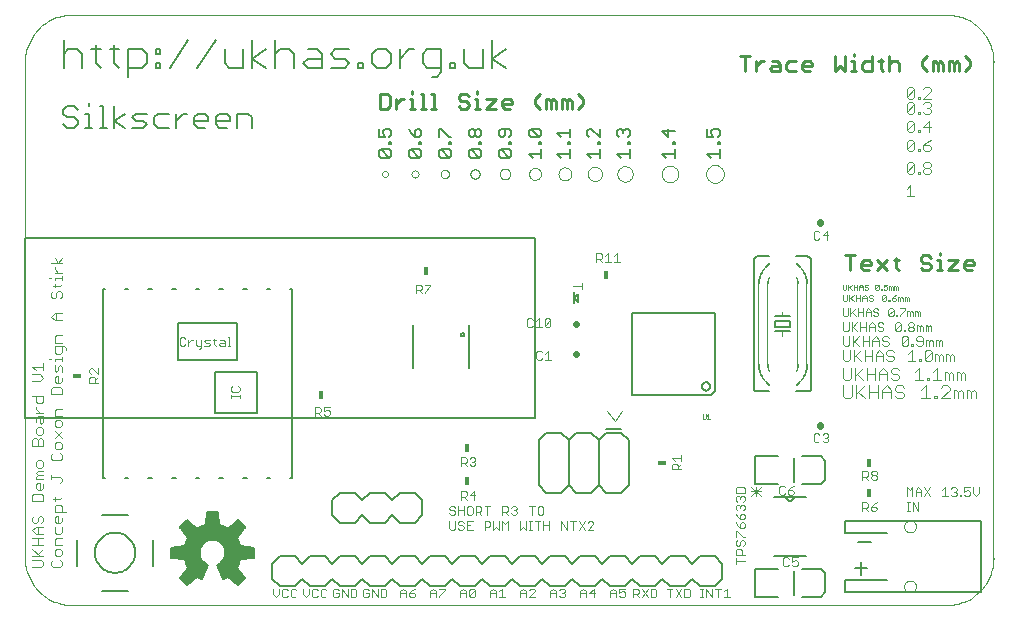
<source format=gto>
G75*
G70*
%OFA0B0*%
%FSLAX24Y24*%
%IPPOS*%
%LPD*%
%AMOC8*
5,1,8,0,0,1.08239X$1,22.5*
%
%ADD10C,0.0000*%
%ADD11C,0.0030*%
%ADD12C,0.0060*%
%ADD13C,0.0040*%
%ADD14C,0.0020*%
%ADD15C,0.0090*%
%ADD16C,0.0080*%
%ADD17C,0.0220*%
%ADD18C,0.0010*%
%ADD19R,0.0300X0.0180*%
%ADD20R,0.0180X0.0300*%
%ADD21C,0.0050*%
%ADD22C,0.0001*%
%ADD23C,0.0059*%
D10*
X001725Y000150D02*
X030859Y000150D01*
X029453Y000775D02*
X029455Y000802D01*
X029461Y000829D01*
X029470Y000855D01*
X029483Y000879D01*
X029499Y000902D01*
X029518Y000921D01*
X029540Y000938D01*
X029564Y000952D01*
X029589Y000962D01*
X029616Y000969D01*
X029643Y000972D01*
X029671Y000971D01*
X029698Y000966D01*
X029724Y000958D01*
X029748Y000946D01*
X029771Y000930D01*
X029792Y000912D01*
X029809Y000891D01*
X029824Y000867D01*
X029835Y000842D01*
X029843Y000816D01*
X029847Y000789D01*
X029847Y000761D01*
X029843Y000734D01*
X029835Y000708D01*
X029824Y000683D01*
X029809Y000659D01*
X029792Y000638D01*
X029771Y000620D01*
X029749Y000604D01*
X029724Y000592D01*
X029698Y000584D01*
X029671Y000579D01*
X029643Y000578D01*
X029616Y000581D01*
X029589Y000588D01*
X029564Y000598D01*
X029540Y000612D01*
X029518Y000629D01*
X029499Y000648D01*
X029483Y000671D01*
X029470Y000695D01*
X029461Y000721D01*
X029455Y000748D01*
X029453Y000775D01*
X030859Y000150D02*
X030936Y000152D01*
X031013Y000158D01*
X031090Y000167D01*
X031166Y000180D01*
X031242Y000197D01*
X031316Y000218D01*
X031390Y000242D01*
X031462Y000270D01*
X031532Y000301D01*
X031601Y000336D01*
X031669Y000374D01*
X031734Y000415D01*
X031797Y000460D01*
X031858Y000508D01*
X031917Y000558D01*
X031973Y000611D01*
X032026Y000667D01*
X032076Y000726D01*
X032124Y000787D01*
X032169Y000850D01*
X032210Y000915D01*
X032248Y000983D01*
X032283Y001052D01*
X032314Y001122D01*
X032342Y001194D01*
X032366Y001268D01*
X032387Y001342D01*
X032404Y001418D01*
X032417Y001494D01*
X032426Y001571D01*
X032432Y001648D01*
X032434Y001725D01*
X032433Y001725D02*
X032433Y018260D01*
X032434Y018260D02*
X032432Y018337D01*
X032426Y018414D01*
X032417Y018491D01*
X032404Y018567D01*
X032387Y018643D01*
X032366Y018717D01*
X032342Y018791D01*
X032314Y018863D01*
X032283Y018933D01*
X032248Y019002D01*
X032210Y019070D01*
X032169Y019135D01*
X032124Y019198D01*
X032076Y019259D01*
X032026Y019318D01*
X031973Y019374D01*
X031917Y019427D01*
X031858Y019477D01*
X031797Y019525D01*
X031734Y019570D01*
X031669Y019611D01*
X031601Y019649D01*
X031532Y019684D01*
X031462Y019715D01*
X031390Y019743D01*
X031316Y019767D01*
X031242Y019788D01*
X031166Y019805D01*
X031090Y019818D01*
X031013Y019827D01*
X030936Y019833D01*
X030859Y019835D01*
X001725Y019835D01*
X001648Y019833D01*
X001571Y019827D01*
X001494Y019818D01*
X001418Y019805D01*
X001342Y019788D01*
X001268Y019767D01*
X001194Y019743D01*
X001122Y019715D01*
X001052Y019684D01*
X000983Y019649D01*
X000915Y019611D01*
X000850Y019570D01*
X000787Y019525D01*
X000726Y019477D01*
X000667Y019427D01*
X000611Y019374D01*
X000558Y019318D01*
X000508Y019259D01*
X000460Y019198D01*
X000415Y019135D01*
X000374Y019070D01*
X000336Y019002D01*
X000301Y018933D01*
X000270Y018863D01*
X000242Y018791D01*
X000218Y018717D01*
X000197Y018643D01*
X000180Y018567D01*
X000167Y018491D01*
X000158Y018414D01*
X000152Y018337D01*
X000150Y018260D01*
X000150Y001725D01*
X000152Y001648D01*
X000158Y001571D01*
X000167Y001494D01*
X000180Y001418D01*
X000197Y001342D01*
X000218Y001268D01*
X000242Y001194D01*
X000270Y001122D01*
X000301Y001052D01*
X000336Y000983D01*
X000374Y000915D01*
X000415Y000850D01*
X000460Y000787D01*
X000508Y000726D01*
X000558Y000667D01*
X000611Y000611D01*
X000667Y000558D01*
X000726Y000508D01*
X000787Y000460D01*
X000850Y000415D01*
X000915Y000374D01*
X000983Y000336D01*
X001052Y000301D01*
X001122Y000270D01*
X001194Y000242D01*
X001268Y000218D01*
X001342Y000197D01*
X001418Y000180D01*
X001494Y000167D01*
X001571Y000158D01*
X001648Y000152D01*
X001725Y000150D01*
X012052Y014525D02*
X012054Y014544D01*
X012059Y014563D01*
X012069Y014579D01*
X012081Y014594D01*
X012096Y014606D01*
X012112Y014616D01*
X012131Y014621D01*
X012150Y014623D01*
X012169Y014621D01*
X012188Y014616D01*
X012204Y014606D01*
X012219Y014594D01*
X012231Y014579D01*
X012241Y014563D01*
X012246Y014544D01*
X012248Y014525D01*
X012246Y014506D01*
X012241Y014487D01*
X012231Y014471D01*
X012219Y014456D01*
X012204Y014444D01*
X012188Y014434D01*
X012169Y014429D01*
X012150Y014427D01*
X012131Y014429D01*
X012112Y014434D01*
X012096Y014444D01*
X012081Y014456D01*
X012069Y014471D01*
X012059Y014487D01*
X012054Y014506D01*
X012052Y014525D01*
X013032Y014525D02*
X013034Y014546D01*
X013040Y014566D01*
X013049Y014586D01*
X013061Y014603D01*
X013076Y014617D01*
X013094Y014629D01*
X013114Y014637D01*
X013134Y014642D01*
X013155Y014643D01*
X013176Y014640D01*
X013196Y014634D01*
X013215Y014623D01*
X013232Y014610D01*
X013245Y014594D01*
X013256Y014576D01*
X013264Y014556D01*
X013268Y014536D01*
X013268Y014514D01*
X013264Y014494D01*
X013256Y014474D01*
X013245Y014456D01*
X013232Y014440D01*
X013215Y014427D01*
X013196Y014416D01*
X013176Y014410D01*
X013155Y014407D01*
X013134Y014408D01*
X013114Y014413D01*
X013094Y014421D01*
X013076Y014433D01*
X013061Y014447D01*
X013049Y014464D01*
X013040Y014484D01*
X013034Y014504D01*
X013032Y014525D01*
X014012Y014525D02*
X014014Y014548D01*
X014020Y014571D01*
X014030Y014592D01*
X014043Y014612D01*
X014059Y014629D01*
X014078Y014643D01*
X014099Y014653D01*
X014121Y014660D01*
X014144Y014663D01*
X014168Y014662D01*
X014190Y014657D01*
X014212Y014648D01*
X014232Y014636D01*
X014250Y014620D01*
X014264Y014602D01*
X014276Y014582D01*
X014284Y014560D01*
X014288Y014537D01*
X014288Y014513D01*
X014284Y014490D01*
X014276Y014468D01*
X014264Y014448D01*
X014250Y014430D01*
X014232Y014414D01*
X014212Y014402D01*
X014190Y014393D01*
X014168Y014388D01*
X014144Y014387D01*
X014121Y014390D01*
X014099Y014397D01*
X014078Y014407D01*
X014059Y014421D01*
X014043Y014438D01*
X014030Y014458D01*
X014020Y014479D01*
X014014Y014502D01*
X014012Y014525D01*
X014993Y014525D02*
X014995Y014550D01*
X015001Y014574D01*
X015010Y014596D01*
X015023Y014617D01*
X015039Y014636D01*
X015058Y014652D01*
X015079Y014665D01*
X015101Y014674D01*
X015125Y014680D01*
X015150Y014682D01*
X015175Y014680D01*
X015199Y014674D01*
X015221Y014665D01*
X015242Y014652D01*
X015261Y014636D01*
X015277Y014617D01*
X015290Y014596D01*
X015299Y014574D01*
X015305Y014550D01*
X015307Y014525D01*
X015305Y014500D01*
X015299Y014476D01*
X015290Y014454D01*
X015277Y014433D01*
X015261Y014414D01*
X015242Y014398D01*
X015221Y014385D01*
X015199Y014376D01*
X015175Y014370D01*
X015150Y014368D01*
X015125Y014370D01*
X015101Y014376D01*
X015079Y014385D01*
X015058Y014398D01*
X015039Y014414D01*
X015023Y014433D01*
X015010Y014454D01*
X015001Y014476D01*
X014995Y014500D01*
X014993Y014525D01*
X015973Y014525D02*
X015975Y014551D01*
X015981Y014577D01*
X015991Y014602D01*
X016004Y014625D01*
X016020Y014645D01*
X016040Y014663D01*
X016062Y014678D01*
X016085Y014690D01*
X016111Y014698D01*
X016137Y014702D01*
X016163Y014702D01*
X016189Y014698D01*
X016215Y014690D01*
X016239Y014678D01*
X016260Y014663D01*
X016280Y014645D01*
X016296Y014625D01*
X016309Y014602D01*
X016319Y014577D01*
X016325Y014551D01*
X016327Y014525D01*
X016325Y014499D01*
X016319Y014473D01*
X016309Y014448D01*
X016296Y014425D01*
X016280Y014405D01*
X016260Y014387D01*
X016238Y014372D01*
X016215Y014360D01*
X016189Y014352D01*
X016163Y014348D01*
X016137Y014348D01*
X016111Y014352D01*
X016085Y014360D01*
X016061Y014372D01*
X016040Y014387D01*
X016020Y014405D01*
X016004Y014425D01*
X015991Y014448D01*
X015981Y014473D01*
X015975Y014499D01*
X015973Y014525D01*
X016953Y014525D02*
X016955Y014552D01*
X016961Y014579D01*
X016970Y014605D01*
X016983Y014629D01*
X016999Y014652D01*
X017018Y014671D01*
X017040Y014688D01*
X017064Y014702D01*
X017089Y014712D01*
X017116Y014719D01*
X017143Y014722D01*
X017171Y014721D01*
X017198Y014716D01*
X017224Y014708D01*
X017248Y014696D01*
X017271Y014680D01*
X017292Y014662D01*
X017309Y014641D01*
X017324Y014617D01*
X017335Y014592D01*
X017343Y014566D01*
X017347Y014539D01*
X017347Y014511D01*
X017343Y014484D01*
X017335Y014458D01*
X017324Y014433D01*
X017309Y014409D01*
X017292Y014388D01*
X017271Y014370D01*
X017249Y014354D01*
X017224Y014342D01*
X017198Y014334D01*
X017171Y014329D01*
X017143Y014328D01*
X017116Y014331D01*
X017089Y014338D01*
X017064Y014348D01*
X017040Y014362D01*
X017018Y014379D01*
X016999Y014398D01*
X016983Y014421D01*
X016970Y014445D01*
X016961Y014471D01*
X016955Y014498D01*
X016953Y014525D01*
X017933Y014525D02*
X017935Y014554D01*
X017941Y014582D01*
X017950Y014610D01*
X017963Y014636D01*
X017980Y014659D01*
X017999Y014681D01*
X018021Y014700D01*
X018046Y014715D01*
X018072Y014728D01*
X018100Y014736D01*
X018128Y014741D01*
X018157Y014742D01*
X018186Y014739D01*
X018214Y014732D01*
X018241Y014722D01*
X018267Y014708D01*
X018290Y014691D01*
X018311Y014671D01*
X018329Y014648D01*
X018344Y014623D01*
X018355Y014596D01*
X018363Y014568D01*
X018367Y014539D01*
X018367Y014511D01*
X018363Y014482D01*
X018355Y014454D01*
X018344Y014427D01*
X018329Y014402D01*
X018311Y014379D01*
X018290Y014359D01*
X018267Y014342D01*
X018241Y014328D01*
X018214Y014318D01*
X018186Y014311D01*
X018157Y014308D01*
X018128Y014309D01*
X018100Y014314D01*
X018072Y014322D01*
X018046Y014335D01*
X018021Y014350D01*
X017999Y014369D01*
X017980Y014391D01*
X017963Y014414D01*
X017950Y014440D01*
X017941Y014468D01*
X017935Y014496D01*
X017933Y014525D01*
X018914Y014525D02*
X018916Y014555D01*
X018922Y014585D01*
X018931Y014614D01*
X018944Y014641D01*
X018961Y014666D01*
X018980Y014689D01*
X019003Y014710D01*
X019028Y014727D01*
X019054Y014741D01*
X019083Y014751D01*
X019112Y014758D01*
X019142Y014761D01*
X019173Y014760D01*
X019203Y014755D01*
X019232Y014746D01*
X019259Y014734D01*
X019285Y014719D01*
X019309Y014700D01*
X019330Y014678D01*
X019348Y014654D01*
X019363Y014627D01*
X019374Y014599D01*
X019382Y014570D01*
X019386Y014540D01*
X019386Y014510D01*
X019382Y014480D01*
X019374Y014451D01*
X019363Y014423D01*
X019348Y014396D01*
X019330Y014372D01*
X019309Y014350D01*
X019285Y014331D01*
X019259Y014316D01*
X019232Y014304D01*
X019203Y014295D01*
X019173Y014290D01*
X019142Y014289D01*
X019112Y014292D01*
X019083Y014299D01*
X019054Y014309D01*
X019028Y014323D01*
X019003Y014340D01*
X018980Y014361D01*
X018961Y014384D01*
X018944Y014409D01*
X018931Y014436D01*
X018922Y014465D01*
X018916Y014495D01*
X018914Y014525D01*
X019894Y014525D02*
X019896Y014556D01*
X019902Y014587D01*
X019911Y014617D01*
X019924Y014646D01*
X019941Y014673D01*
X019961Y014697D01*
X019983Y014719D01*
X020009Y014738D01*
X020036Y014754D01*
X020065Y014766D01*
X020095Y014775D01*
X020126Y014780D01*
X020158Y014781D01*
X020189Y014778D01*
X020220Y014771D01*
X020250Y014761D01*
X020278Y014747D01*
X020304Y014729D01*
X020328Y014709D01*
X020349Y014685D01*
X020368Y014660D01*
X020383Y014632D01*
X020394Y014603D01*
X020402Y014572D01*
X020406Y014541D01*
X020406Y014509D01*
X020402Y014478D01*
X020394Y014447D01*
X020383Y014418D01*
X020368Y014390D01*
X020349Y014365D01*
X020328Y014341D01*
X020304Y014321D01*
X020278Y014303D01*
X020250Y014289D01*
X020220Y014279D01*
X020189Y014272D01*
X020158Y014269D01*
X020126Y014270D01*
X020095Y014275D01*
X020065Y014284D01*
X020036Y014296D01*
X020009Y014312D01*
X019983Y014331D01*
X019961Y014353D01*
X019941Y014377D01*
X019924Y014404D01*
X019911Y014433D01*
X019902Y014463D01*
X019896Y014494D01*
X019894Y014525D01*
X021374Y014525D02*
X021376Y014558D01*
X021382Y014590D01*
X021391Y014621D01*
X021404Y014651D01*
X021421Y014679D01*
X021441Y014705D01*
X021464Y014729D01*
X021489Y014749D01*
X021517Y014767D01*
X021546Y014781D01*
X021577Y014791D01*
X021609Y014798D01*
X021642Y014801D01*
X021675Y014800D01*
X021707Y014795D01*
X021738Y014786D01*
X021769Y014774D01*
X021797Y014758D01*
X021824Y014739D01*
X021848Y014717D01*
X021869Y014692D01*
X021888Y014665D01*
X021903Y014636D01*
X021914Y014606D01*
X021922Y014574D01*
X021926Y014541D01*
X021926Y014509D01*
X021922Y014476D01*
X021914Y014444D01*
X021903Y014414D01*
X021888Y014385D01*
X021869Y014358D01*
X021848Y014333D01*
X021824Y014311D01*
X021797Y014292D01*
X021769Y014276D01*
X021738Y014264D01*
X021707Y014255D01*
X021675Y014250D01*
X021642Y014249D01*
X021609Y014252D01*
X021577Y014259D01*
X021546Y014269D01*
X021517Y014283D01*
X021489Y014301D01*
X021464Y014321D01*
X021441Y014345D01*
X021421Y014371D01*
X021404Y014399D01*
X021391Y014429D01*
X021382Y014460D01*
X021376Y014492D01*
X021374Y014525D01*
X022855Y014525D02*
X022857Y014559D01*
X022863Y014593D01*
X022873Y014626D01*
X022886Y014657D01*
X022904Y014687D01*
X022924Y014715D01*
X022948Y014740D01*
X022974Y014762D01*
X023002Y014780D01*
X023033Y014796D01*
X023065Y014808D01*
X023099Y014816D01*
X023133Y014820D01*
X023167Y014820D01*
X023201Y014816D01*
X023235Y014808D01*
X023267Y014796D01*
X023297Y014780D01*
X023326Y014762D01*
X023352Y014740D01*
X023376Y014715D01*
X023396Y014687D01*
X023414Y014657D01*
X023427Y014626D01*
X023437Y014593D01*
X023443Y014559D01*
X023445Y014525D01*
X023443Y014491D01*
X023437Y014457D01*
X023427Y014424D01*
X023414Y014393D01*
X023396Y014363D01*
X023376Y014335D01*
X023352Y014310D01*
X023326Y014288D01*
X023298Y014270D01*
X023267Y014254D01*
X023235Y014242D01*
X023201Y014234D01*
X023167Y014230D01*
X023133Y014230D01*
X023099Y014234D01*
X023065Y014242D01*
X023033Y014254D01*
X023002Y014270D01*
X022974Y014288D01*
X022948Y014310D01*
X022924Y014335D01*
X022904Y014363D01*
X022886Y014393D01*
X022873Y014424D01*
X022863Y014457D01*
X022857Y014491D01*
X022855Y014525D01*
X029453Y002775D02*
X029455Y002802D01*
X029461Y002829D01*
X029470Y002855D01*
X029483Y002879D01*
X029499Y002902D01*
X029518Y002921D01*
X029540Y002938D01*
X029564Y002952D01*
X029589Y002962D01*
X029616Y002969D01*
X029643Y002972D01*
X029671Y002971D01*
X029698Y002966D01*
X029724Y002958D01*
X029748Y002946D01*
X029771Y002930D01*
X029792Y002912D01*
X029809Y002891D01*
X029824Y002867D01*
X029835Y002842D01*
X029843Y002816D01*
X029847Y002789D01*
X029847Y002761D01*
X029843Y002734D01*
X029835Y002708D01*
X029824Y002683D01*
X029809Y002659D01*
X029792Y002638D01*
X029771Y002620D01*
X029749Y002604D01*
X029724Y002592D01*
X029698Y002584D01*
X029671Y002579D01*
X029643Y002578D01*
X029616Y002581D01*
X029589Y002588D01*
X029564Y002598D01*
X029540Y002612D01*
X029518Y002629D01*
X029499Y002648D01*
X029483Y002671D01*
X029470Y002695D01*
X029461Y002721D01*
X029455Y002748D01*
X029453Y002775D01*
D11*
X029540Y003290D02*
X029637Y003290D01*
X029588Y003290D02*
X029588Y003580D01*
X029540Y003580D02*
X029637Y003580D01*
X029736Y003580D02*
X029930Y003290D01*
X029930Y003580D01*
X029736Y003580D02*
X029736Y003290D01*
X029733Y003790D02*
X029733Y004080D01*
X029637Y003983D01*
X029540Y004080D01*
X029540Y003790D01*
X029835Y003790D02*
X029835Y003983D01*
X029931Y004080D01*
X030028Y003983D01*
X030028Y003790D01*
X030129Y003790D02*
X030323Y004080D01*
X030129Y004080D02*
X030323Y003790D01*
X030028Y003935D02*
X029835Y003935D01*
X030719Y003983D02*
X030815Y004080D01*
X030815Y003790D01*
X030719Y003790D02*
X030912Y003790D01*
X031013Y003838D02*
X031062Y003790D01*
X031158Y003790D01*
X031207Y003838D01*
X031207Y003887D01*
X031158Y003935D01*
X031110Y003935D01*
X031158Y003935D02*
X031207Y003983D01*
X031207Y004032D01*
X031158Y004080D01*
X031062Y004080D01*
X031013Y004032D01*
X031308Y003838D02*
X031356Y003838D01*
X031356Y003790D01*
X031308Y003790D01*
X031308Y003838D01*
X031455Y003838D02*
X031504Y003790D01*
X031600Y003790D01*
X031649Y003838D01*
X031649Y003935D01*
X031600Y003983D01*
X031552Y003983D01*
X031455Y003935D01*
X031455Y004080D01*
X031649Y004080D01*
X031750Y004080D02*
X031750Y003887D01*
X031847Y003790D01*
X031943Y003887D01*
X031943Y004080D01*
X028553Y004388D02*
X028505Y004340D01*
X028408Y004340D01*
X028360Y004388D01*
X028360Y004437D01*
X028408Y004485D01*
X028505Y004485D01*
X028553Y004437D01*
X028553Y004388D01*
X028505Y004485D02*
X028553Y004533D01*
X028553Y004582D01*
X028505Y004630D01*
X028408Y004630D01*
X028360Y004582D01*
X028360Y004533D01*
X028408Y004485D01*
X028258Y004485D02*
X028210Y004437D01*
X028065Y004437D01*
X028162Y004437D02*
X028258Y004340D01*
X028258Y004485D02*
X028258Y004582D01*
X028210Y004630D01*
X028065Y004630D01*
X028065Y004340D01*
X028051Y003585D02*
X028196Y003585D01*
X028244Y003537D01*
X028244Y003440D01*
X028196Y003392D01*
X028051Y003392D01*
X028147Y003392D02*
X028244Y003295D01*
X028345Y003343D02*
X028394Y003295D01*
X028490Y003295D01*
X028539Y003343D01*
X028539Y003392D01*
X028490Y003440D01*
X028345Y003440D01*
X028345Y003343D01*
X028345Y003440D02*
X028442Y003537D01*
X028539Y003585D01*
X028051Y003585D02*
X028051Y003295D01*
X025778Y003882D02*
X025778Y003930D01*
X025730Y003979D01*
X025585Y003979D01*
X025585Y003882D01*
X025633Y003834D01*
X025730Y003834D01*
X025778Y003882D01*
X025681Y004076D02*
X025585Y003979D01*
X025681Y004076D02*
X025778Y004124D01*
X025483Y004076D02*
X025435Y004124D01*
X025338Y004124D01*
X025290Y004076D01*
X025290Y003882D01*
X025338Y003834D01*
X025435Y003834D01*
X025483Y003882D01*
X024679Y003945D02*
X024365Y003945D01*
X024365Y003788D02*
X024679Y004102D01*
X024522Y004102D02*
X024522Y003788D01*
X024679Y003788D02*
X024365Y004102D01*
X024135Y004042D02*
X024135Y003897D01*
X023845Y003897D01*
X023845Y004042D01*
X023893Y004091D01*
X024087Y004091D01*
X024135Y004042D01*
X024087Y003796D02*
X024135Y003748D01*
X024135Y003651D01*
X024087Y003603D01*
X024087Y003501D02*
X024135Y003453D01*
X024135Y003356D01*
X024087Y003308D01*
X024087Y003207D02*
X024038Y003207D01*
X023990Y003158D01*
X023990Y003013D01*
X024087Y003013D01*
X024135Y003062D01*
X024135Y003158D01*
X024087Y003207D01*
X023893Y003110D02*
X023990Y003013D01*
X024038Y002912D02*
X023990Y002864D01*
X023990Y002719D01*
X024087Y002719D01*
X024135Y002767D01*
X024135Y002864D01*
X024087Y002912D01*
X024038Y002912D01*
X023893Y002815D02*
X023990Y002719D01*
X023893Y002815D02*
X023845Y002912D01*
X023893Y003110D02*
X023845Y003207D01*
X023893Y003308D02*
X023845Y003356D01*
X023845Y003453D01*
X023893Y003501D01*
X023942Y003501D01*
X023990Y003453D01*
X024038Y003501D01*
X024087Y003501D01*
X023990Y003453D02*
X023990Y003405D01*
X023893Y003603D02*
X023845Y003651D01*
X023845Y003748D01*
X023893Y003796D01*
X023942Y003796D01*
X023990Y003748D01*
X024038Y003796D01*
X024087Y003796D01*
X023990Y003748D02*
X023990Y003699D01*
X023893Y002617D02*
X023845Y002617D01*
X023845Y002424D01*
X023893Y002323D02*
X023845Y002274D01*
X023845Y002178D01*
X023893Y002129D01*
X023942Y002129D01*
X023990Y002178D01*
X023990Y002274D01*
X024038Y002323D01*
X024087Y002323D01*
X024135Y002274D01*
X024135Y002178D01*
X024087Y002129D01*
X023990Y002028D02*
X024038Y001980D01*
X024038Y001835D01*
X024135Y001835D02*
X023845Y001835D01*
X023845Y001980D01*
X023893Y002028D01*
X023990Y002028D01*
X023845Y001733D02*
X023845Y001540D01*
X023845Y001637D02*
X024135Y001637D01*
X024135Y002424D02*
X024087Y002424D01*
X023893Y002617D01*
X025415Y001701D02*
X025415Y001507D01*
X025463Y001459D01*
X025560Y001459D01*
X025608Y001507D01*
X025710Y001507D02*
X025758Y001459D01*
X025855Y001459D01*
X025903Y001507D01*
X025903Y001604D01*
X025855Y001652D01*
X025806Y001652D01*
X025710Y001604D01*
X025710Y001749D01*
X025903Y001749D01*
X025608Y001701D02*
X025560Y001749D01*
X025463Y001749D01*
X025415Y001701D01*
X023547Y000705D02*
X023547Y000415D01*
X023451Y000415D02*
X023644Y000415D01*
X023451Y000608D02*
X023547Y000705D01*
X023350Y000705D02*
X023156Y000705D01*
X023253Y000705D02*
X023253Y000415D01*
X023055Y000415D02*
X023055Y000705D01*
X022861Y000705D02*
X022861Y000415D01*
X022762Y000415D02*
X022665Y000415D01*
X022713Y000415D02*
X022713Y000705D01*
X022665Y000705D02*
X022762Y000705D01*
X022861Y000705D02*
X023055Y000415D01*
X022323Y000463D02*
X022323Y000657D01*
X022274Y000705D01*
X022129Y000705D01*
X022129Y000415D01*
X022274Y000415D01*
X022323Y000463D01*
X022028Y000415D02*
X021835Y000705D01*
X021733Y000705D02*
X021540Y000705D01*
X021637Y000705D02*
X021637Y000415D01*
X021835Y000415D02*
X022028Y000705D01*
X021198Y000657D02*
X021198Y000463D01*
X021149Y000415D01*
X021004Y000415D01*
X021004Y000705D01*
X021149Y000705D01*
X021198Y000657D01*
X020903Y000705D02*
X020710Y000415D01*
X020608Y000415D02*
X020512Y000512D01*
X020560Y000512D02*
X020415Y000512D01*
X020415Y000415D02*
X020415Y000705D01*
X020560Y000705D01*
X020608Y000657D01*
X020608Y000560D01*
X020560Y000512D01*
X020710Y000705D02*
X020903Y000415D01*
X020153Y000463D02*
X020105Y000415D01*
X020008Y000415D01*
X019960Y000463D01*
X019960Y000560D02*
X020056Y000608D01*
X020105Y000608D01*
X020153Y000560D01*
X020153Y000463D01*
X019960Y000560D02*
X019960Y000705D01*
X020153Y000705D01*
X019858Y000608D02*
X019858Y000415D01*
X019858Y000560D02*
X019665Y000560D01*
X019665Y000608D02*
X019665Y000415D01*
X019665Y000608D02*
X019762Y000705D01*
X019858Y000608D01*
X019153Y000560D02*
X018960Y000560D01*
X019105Y000705D01*
X019105Y000415D01*
X018858Y000415D02*
X018858Y000608D01*
X018762Y000705D01*
X018665Y000608D01*
X018665Y000415D01*
X018665Y000560D02*
X018858Y000560D01*
X018153Y000512D02*
X018153Y000463D01*
X018105Y000415D01*
X018008Y000415D01*
X017960Y000463D01*
X017858Y000415D02*
X017858Y000608D01*
X017762Y000705D01*
X017665Y000608D01*
X017665Y000415D01*
X017665Y000560D02*
X017858Y000560D01*
X017960Y000657D02*
X018008Y000705D01*
X018105Y000705D01*
X018153Y000657D01*
X018153Y000608D01*
X018105Y000560D01*
X018153Y000512D01*
X018105Y000560D02*
X018056Y000560D01*
X017153Y000608D02*
X017153Y000657D01*
X017105Y000705D01*
X017008Y000705D01*
X016960Y000657D01*
X016858Y000608D02*
X016858Y000415D01*
X016960Y000415D02*
X017153Y000608D01*
X017153Y000415D02*
X016960Y000415D01*
X016858Y000560D02*
X016665Y000560D01*
X016665Y000608D02*
X016665Y000415D01*
X016665Y000608D02*
X016762Y000705D01*
X016858Y000608D01*
X016153Y000415D02*
X015960Y000415D01*
X016056Y000415D02*
X016056Y000705D01*
X015960Y000608D01*
X015858Y000608D02*
X015858Y000415D01*
X015858Y000560D02*
X015665Y000560D01*
X015665Y000608D02*
X015665Y000415D01*
X015665Y000608D02*
X015762Y000705D01*
X015858Y000608D01*
X015153Y000657D02*
X015153Y000463D01*
X015105Y000415D01*
X015008Y000415D01*
X014960Y000463D01*
X015153Y000657D01*
X015105Y000705D01*
X015008Y000705D01*
X014960Y000657D01*
X014960Y000463D01*
X014858Y000415D02*
X014858Y000608D01*
X014762Y000705D01*
X014665Y000608D01*
X014665Y000415D01*
X014665Y000560D02*
X014858Y000560D01*
X014153Y000657D02*
X013960Y000463D01*
X013960Y000415D01*
X013858Y000415D02*
X013858Y000608D01*
X013762Y000705D01*
X013665Y000608D01*
X013665Y000415D01*
X013665Y000560D02*
X013858Y000560D01*
X013960Y000705D02*
X014153Y000705D01*
X014153Y000657D01*
X013153Y000705D02*
X013056Y000657D01*
X012960Y000560D01*
X013105Y000560D01*
X013153Y000512D01*
X013153Y000463D01*
X013105Y000415D01*
X013008Y000415D01*
X012960Y000463D01*
X012960Y000560D01*
X012858Y000560D02*
X012665Y000560D01*
X012665Y000608D02*
X012665Y000415D01*
X012665Y000608D02*
X012762Y000705D01*
X012858Y000608D01*
X012858Y000415D01*
X012198Y000463D02*
X012198Y000657D01*
X012149Y000705D01*
X012004Y000705D01*
X012004Y000415D01*
X012149Y000415D01*
X012198Y000463D01*
X011903Y000415D02*
X011903Y000705D01*
X011710Y000705D02*
X011710Y000415D01*
X011608Y000463D02*
X011608Y000560D01*
X011512Y000560D01*
X011608Y000463D02*
X011560Y000415D01*
X011463Y000415D01*
X011415Y000463D01*
X011415Y000657D01*
X011463Y000705D01*
X011560Y000705D01*
X011608Y000657D01*
X011710Y000705D02*
X011903Y000415D01*
X011198Y000463D02*
X011198Y000657D01*
X011149Y000705D01*
X011004Y000705D01*
X011004Y000415D01*
X011149Y000415D01*
X011198Y000463D01*
X010903Y000415D02*
X010903Y000705D01*
X010710Y000705D02*
X010710Y000415D01*
X010608Y000463D02*
X010608Y000560D01*
X010512Y000560D01*
X010608Y000463D02*
X010560Y000415D01*
X010463Y000415D01*
X010415Y000463D01*
X010415Y000657D01*
X010463Y000705D01*
X010560Y000705D01*
X010608Y000657D01*
X010710Y000705D02*
X010903Y000415D01*
X010198Y000463D02*
X010149Y000415D01*
X010053Y000415D01*
X010004Y000463D01*
X010004Y000657D01*
X010053Y000705D01*
X010149Y000705D01*
X010198Y000657D01*
X009903Y000657D02*
X009855Y000705D01*
X009758Y000705D01*
X009710Y000657D01*
X009710Y000463D01*
X009758Y000415D01*
X009855Y000415D01*
X009903Y000463D01*
X009608Y000512D02*
X009608Y000705D01*
X009415Y000705D02*
X009415Y000512D01*
X009512Y000415D01*
X009608Y000512D01*
X009198Y000463D02*
X009149Y000415D01*
X009053Y000415D01*
X009004Y000463D01*
X009004Y000657D01*
X009053Y000705D01*
X009149Y000705D01*
X009198Y000657D01*
X008903Y000657D02*
X008855Y000705D01*
X008758Y000705D01*
X008710Y000657D01*
X008710Y000463D01*
X008758Y000415D01*
X008855Y000415D01*
X008903Y000463D01*
X008608Y000512D02*
X008608Y000705D01*
X008415Y000705D02*
X008415Y000512D01*
X008512Y000415D01*
X008608Y000512D01*
X014290Y002713D02*
X014338Y002665D01*
X014435Y002665D01*
X014483Y002713D01*
X014483Y002955D01*
X014585Y002907D02*
X014585Y002858D01*
X014633Y002810D01*
X014730Y002810D01*
X014778Y002762D01*
X014778Y002713D01*
X014730Y002665D01*
X014633Y002665D01*
X014585Y002713D01*
X014585Y002907D02*
X014633Y002955D01*
X014730Y002955D01*
X014778Y002907D01*
X014879Y002955D02*
X014879Y002665D01*
X015073Y002665D01*
X014976Y002810D02*
X014879Y002810D01*
X014879Y002955D02*
X015073Y002955D01*
X015024Y003165D02*
X015073Y003213D01*
X015073Y003407D01*
X015024Y003455D01*
X014928Y003455D01*
X014879Y003407D01*
X014879Y003213D01*
X014928Y003165D01*
X015024Y003165D01*
X015174Y003165D02*
X015174Y003455D01*
X015319Y003455D01*
X015367Y003407D01*
X015367Y003310D01*
X015319Y003262D01*
X015174Y003262D01*
X015271Y003262D02*
X015367Y003165D01*
X015565Y003165D02*
X015565Y003455D01*
X015469Y003455D02*
X015662Y003455D01*
X015115Y003670D02*
X015115Y003960D01*
X014970Y003815D01*
X015164Y003815D01*
X014869Y003815D02*
X014821Y003767D01*
X014676Y003767D01*
X014772Y003767D02*
X014869Y003670D01*
X014869Y003815D02*
X014869Y003912D01*
X014821Y003960D01*
X014676Y003960D01*
X014676Y003670D01*
X014585Y003455D02*
X014585Y003165D01*
X014483Y003213D02*
X014435Y003165D01*
X014338Y003165D01*
X014290Y003213D01*
X014338Y003310D02*
X014435Y003310D01*
X014483Y003262D01*
X014483Y003213D01*
X014585Y003310D02*
X014778Y003310D01*
X014778Y003455D02*
X014778Y003165D01*
X014483Y003407D02*
X014435Y003455D01*
X014338Y003455D01*
X014290Y003407D01*
X014290Y003358D01*
X014338Y003310D01*
X014290Y002955D02*
X014290Y002713D01*
X015469Y002665D02*
X015469Y002955D01*
X015614Y002955D01*
X015662Y002907D01*
X015662Y002810D01*
X015614Y002762D01*
X015469Y002762D01*
X015763Y002665D02*
X015763Y002955D01*
X015957Y002955D02*
X015957Y002665D01*
X015860Y002762D01*
X015763Y002665D01*
X016058Y002665D02*
X016058Y002955D01*
X016155Y002858D01*
X016251Y002955D01*
X016251Y002665D01*
X016647Y002665D02*
X016647Y002955D01*
X016841Y002955D02*
X016841Y002665D01*
X016744Y002762D01*
X016647Y002665D01*
X016942Y002665D02*
X017039Y002665D01*
X016990Y002665D02*
X016990Y002955D01*
X016942Y002955D02*
X017039Y002955D01*
X017138Y002955D02*
X017332Y002955D01*
X017235Y002955D02*
X017235Y002665D01*
X017433Y002665D02*
X017433Y002955D01*
X017433Y002810D02*
X017626Y002810D01*
X017626Y002955D02*
X017626Y002665D01*
X018022Y002665D02*
X018022Y002955D01*
X018216Y002665D01*
X018216Y002955D01*
X018317Y002955D02*
X018510Y002955D01*
X018414Y002955D02*
X018414Y002665D01*
X018612Y002665D02*
X018805Y002955D01*
X018906Y002907D02*
X018955Y002955D01*
X019051Y002955D01*
X019100Y002907D01*
X019100Y002858D01*
X018906Y002665D01*
X019100Y002665D01*
X018805Y002665D02*
X018612Y002955D01*
X017430Y003213D02*
X017430Y003407D01*
X017382Y003455D01*
X017285Y003455D01*
X017237Y003407D01*
X017237Y003213D01*
X017285Y003165D01*
X017382Y003165D01*
X017430Y003213D01*
X017135Y003455D02*
X016942Y003455D01*
X017039Y003455D02*
X017039Y003165D01*
X016546Y003213D02*
X016498Y003165D01*
X016401Y003165D01*
X016353Y003213D01*
X016251Y003165D02*
X016155Y003262D01*
X016203Y003262D02*
X016058Y003262D01*
X016058Y003165D02*
X016058Y003455D01*
X016203Y003455D01*
X016251Y003407D01*
X016251Y003310D01*
X016203Y003262D01*
X016353Y003407D02*
X016401Y003455D01*
X016498Y003455D01*
X016546Y003407D01*
X016546Y003358D01*
X016498Y003310D01*
X016546Y003262D01*
X016546Y003213D01*
X016498Y003310D02*
X016449Y003310D01*
X015115Y004795D02*
X015019Y004795D01*
X014970Y004843D01*
X014869Y004795D02*
X014772Y004892D01*
X014821Y004892D02*
X014676Y004892D01*
X014676Y004795D02*
X014676Y005085D01*
X014821Y005085D01*
X014869Y005037D01*
X014869Y004940D01*
X014821Y004892D01*
X014970Y005037D02*
X015019Y005085D01*
X015115Y005085D01*
X015164Y005037D01*
X015164Y004988D01*
X015115Y004940D01*
X015164Y004892D01*
X015164Y004843D01*
X015115Y004795D01*
X015115Y004940D02*
X015067Y004940D01*
X010303Y006513D02*
X010255Y006465D01*
X010158Y006465D01*
X010110Y006513D01*
X010110Y006610D02*
X010206Y006658D01*
X010255Y006658D01*
X010303Y006610D01*
X010303Y006513D01*
X010110Y006610D02*
X010110Y006755D01*
X010303Y006755D01*
X010008Y006707D02*
X010008Y006610D01*
X009960Y006562D01*
X009815Y006562D01*
X009912Y006562D02*
X010008Y006465D01*
X009815Y006465D02*
X009815Y006755D01*
X009960Y006755D01*
X010008Y006707D01*
X007302Y007068D02*
X007302Y007163D01*
X007302Y007115D02*
X007017Y007115D01*
X007017Y007068D02*
X007017Y007163D01*
X007065Y007261D02*
X007255Y007261D01*
X007302Y007308D01*
X007302Y007404D01*
X007255Y007451D01*
X007065Y007451D02*
X007017Y007404D01*
X007017Y007308D01*
X007065Y007261D01*
X005982Y008705D02*
X005934Y008705D01*
X005982Y008705D02*
X006030Y008752D01*
X006030Y008990D01*
X006129Y008942D02*
X006177Y008990D01*
X006320Y008990D01*
X006419Y008990D02*
X006514Y008990D01*
X006467Y009038D02*
X006467Y008847D01*
X006514Y008800D01*
X006613Y008847D02*
X006660Y008895D01*
X006803Y008895D01*
X006803Y008942D02*
X006803Y008800D01*
X006660Y008800D01*
X006613Y008847D01*
X006660Y008990D02*
X006755Y008990D01*
X006803Y008942D01*
X006903Y008800D02*
X006998Y008800D01*
X006950Y008800D02*
X006950Y009085D01*
X006903Y009085D01*
X006320Y008847D02*
X006272Y008895D01*
X006177Y008895D01*
X006129Y008942D01*
X006129Y008800D02*
X006272Y008800D01*
X006320Y008847D01*
X006030Y008800D02*
X005887Y008800D01*
X005839Y008847D01*
X005839Y008990D01*
X005740Y008990D02*
X005693Y008990D01*
X005598Y008895D01*
X005598Y008800D02*
X005598Y008990D01*
X005498Y009038D02*
X005450Y009085D01*
X005355Y009085D01*
X005308Y009038D01*
X005308Y008847D01*
X005355Y008800D01*
X005450Y008800D01*
X005498Y008847D01*
X002585Y008053D02*
X002585Y007860D01*
X002392Y008053D01*
X002343Y008053D01*
X002295Y008005D01*
X002295Y007908D01*
X002343Y007860D01*
X002343Y007758D02*
X002440Y007758D01*
X002488Y007710D01*
X002488Y007565D01*
X002488Y007662D02*
X002585Y007758D01*
X002585Y007565D02*
X002295Y007565D01*
X002295Y007710D01*
X002343Y007758D01*
X001385Y007739D02*
X001385Y007615D01*
X001323Y007554D01*
X001200Y007554D01*
X001138Y007615D01*
X001138Y007739D01*
X001200Y007800D01*
X001262Y007800D01*
X001262Y007554D01*
X001323Y007432D02*
X001076Y007432D01*
X001015Y007370D01*
X001015Y007185D01*
X001385Y007185D01*
X001385Y007370D01*
X001323Y007432D01*
X001385Y007922D02*
X001385Y008107D01*
X001323Y008169D01*
X001262Y008107D01*
X001262Y007984D01*
X001200Y007922D01*
X001138Y007984D01*
X001138Y008169D01*
X001138Y008290D02*
X001138Y008352D01*
X001385Y008352D01*
X001385Y008290D02*
X001385Y008414D01*
X001323Y008536D02*
X001385Y008597D01*
X001385Y008783D01*
X001447Y008783D02*
X001138Y008783D01*
X001138Y008597D01*
X001200Y008536D01*
X001323Y008536D01*
X001508Y008659D02*
X001508Y008721D01*
X001447Y008783D01*
X001385Y008904D02*
X001138Y008904D01*
X001138Y009089D01*
X001200Y009151D01*
X001385Y009151D01*
X001385Y009641D02*
X001138Y009641D01*
X001015Y009764D01*
X001138Y009888D01*
X001385Y009888D01*
X001200Y009888D02*
X001200Y009641D01*
X001138Y010377D02*
X001200Y010439D01*
X001200Y010562D01*
X001262Y010624D01*
X001323Y010624D01*
X001385Y010562D01*
X001385Y010439D01*
X001323Y010377D01*
X001138Y010377D02*
X001076Y010377D01*
X001015Y010439D01*
X001015Y010562D01*
X001076Y010624D01*
X001138Y010746D02*
X001138Y010869D01*
X001076Y010807D02*
X001323Y010807D01*
X001385Y010869D01*
X001385Y010991D02*
X001385Y011115D01*
X001385Y011053D02*
X001138Y011053D01*
X001138Y010991D01*
X001015Y011053D02*
X000953Y011053D01*
X001138Y011237D02*
X001385Y011237D01*
X001262Y011237D02*
X001138Y011360D01*
X001138Y011422D01*
X001015Y011544D02*
X001385Y011544D01*
X001262Y011544D02*
X001138Y011729D01*
X001262Y011544D02*
X001385Y011729D01*
X001015Y008352D02*
X000953Y008352D01*
X000760Y008230D02*
X000760Y007983D01*
X000760Y008107D02*
X000390Y008107D01*
X000513Y007983D01*
X000390Y007862D02*
X000637Y007862D01*
X000760Y007738D01*
X000637Y007615D01*
X000390Y007615D01*
X000390Y007125D02*
X000760Y007125D01*
X000760Y006940D01*
X000698Y006878D01*
X000575Y006878D01*
X000513Y006940D01*
X000513Y007125D01*
X000513Y006757D02*
X000513Y006695D01*
X000637Y006571D01*
X000637Y006450D02*
X000637Y006265D01*
X000698Y006203D01*
X000760Y006265D01*
X000760Y006450D01*
X000575Y006450D01*
X000513Y006388D01*
X000513Y006265D01*
X000575Y006082D02*
X000513Y006020D01*
X000513Y005896D01*
X000575Y005835D01*
X000698Y005835D01*
X000760Y005896D01*
X000760Y006020D01*
X000698Y006082D01*
X000575Y006082D01*
X000637Y005713D02*
X000698Y005713D01*
X000760Y005652D01*
X000760Y005466D01*
X000390Y005466D01*
X000390Y005652D01*
X000451Y005713D01*
X000513Y005713D01*
X000575Y005652D01*
X000575Y005466D01*
X000575Y005652D02*
X000637Y005713D01*
X001138Y005712D02*
X001385Y005959D01*
X001323Y006080D02*
X001200Y006080D01*
X001138Y006142D01*
X001138Y006265D01*
X001200Y006327D01*
X001323Y006327D01*
X001385Y006265D01*
X001385Y006142D01*
X001323Y006080D01*
X001138Y005959D02*
X001385Y005712D01*
X001323Y005591D02*
X001200Y005591D01*
X001138Y005529D01*
X001138Y005405D01*
X001200Y005344D01*
X001323Y005344D01*
X001385Y005405D01*
X001385Y005529D01*
X001323Y005591D01*
X001323Y005222D02*
X001385Y005161D01*
X001385Y005037D01*
X001323Y004975D01*
X001076Y004975D01*
X001015Y005037D01*
X001015Y005161D01*
X001076Y005222D01*
X000760Y004915D02*
X000698Y004977D01*
X000575Y004977D01*
X000513Y004915D01*
X000513Y004792D01*
X000575Y004730D01*
X000698Y004730D01*
X000760Y004792D01*
X000760Y004915D01*
X000760Y004608D02*
X000575Y004608D01*
X000513Y004547D01*
X000575Y004485D01*
X000760Y004485D01*
X000760Y004362D02*
X000513Y004362D01*
X000513Y004423D01*
X000575Y004485D01*
X000575Y004240D02*
X000637Y004240D01*
X000637Y003993D01*
X000698Y003993D02*
X000575Y003993D01*
X000513Y004055D01*
X000513Y004178D01*
X000575Y004240D01*
X000760Y004178D02*
X000760Y004055D01*
X000698Y003993D01*
X000698Y003872D02*
X000451Y003872D01*
X000390Y003810D01*
X000390Y003625D01*
X000760Y003625D01*
X000760Y003810D01*
X000698Y003872D01*
X001076Y003687D02*
X001323Y003687D01*
X001385Y003748D01*
X001138Y003748D02*
X001138Y003625D01*
X001200Y003503D02*
X001323Y003503D01*
X001385Y003442D01*
X001385Y003257D01*
X001508Y003257D02*
X001138Y003257D01*
X001138Y003442D01*
X001200Y003503D01*
X001200Y003135D02*
X001262Y003135D01*
X001262Y002888D01*
X001323Y002888D02*
X001200Y002888D01*
X001138Y002950D01*
X001138Y003073D01*
X001200Y003135D01*
X001385Y003073D02*
X001385Y002950D01*
X001323Y002888D01*
X001385Y002767D02*
X001385Y002582D01*
X001323Y002520D01*
X001200Y002520D01*
X001138Y002582D01*
X001138Y002767D01*
X001200Y002399D02*
X001385Y002399D01*
X001200Y002399D02*
X001138Y002337D01*
X001138Y002152D01*
X001385Y002152D01*
X001323Y002030D02*
X001200Y002030D01*
X001138Y001968D01*
X001138Y001845D01*
X001200Y001783D01*
X001323Y001783D01*
X001385Y001845D01*
X001385Y001968D01*
X001323Y002030D01*
X001323Y001662D02*
X001385Y001600D01*
X001385Y001477D01*
X001323Y001415D01*
X001076Y001415D01*
X001015Y001477D01*
X001015Y001600D01*
X001076Y001662D01*
X000760Y001600D02*
X000760Y001477D01*
X000698Y001415D01*
X000390Y001415D01*
X000390Y001662D02*
X000698Y001662D01*
X000760Y001600D01*
X000760Y001783D02*
X000390Y001783D01*
X000575Y001845D02*
X000760Y002030D01*
X000760Y002152D02*
X000390Y002152D01*
X000390Y002030D02*
X000637Y001783D01*
X000575Y002152D02*
X000575Y002399D01*
X000575Y002520D02*
X000575Y002767D01*
X000513Y002767D02*
X000760Y002767D01*
X000698Y002888D02*
X000760Y002950D01*
X000760Y003073D01*
X000698Y003135D01*
X000637Y003135D01*
X000575Y003073D01*
X000575Y002950D01*
X000513Y002888D01*
X000451Y002888D01*
X000390Y002950D01*
X000390Y003073D01*
X000451Y003135D01*
X000513Y002767D02*
X000390Y002643D01*
X000513Y002520D01*
X000760Y002520D01*
X000760Y002399D02*
X000390Y002399D01*
X001015Y004362D02*
X001015Y004486D01*
X001015Y004424D02*
X001323Y004424D01*
X001385Y004362D01*
X001385Y004300D01*
X001323Y004239D01*
X001385Y006449D02*
X001138Y006449D01*
X001138Y006634D01*
X001200Y006696D01*
X001385Y006696D01*
X000760Y006571D02*
X000513Y006571D01*
X013176Y010545D02*
X013176Y010835D01*
X013321Y010835D01*
X013369Y010787D01*
X013369Y010690D01*
X013321Y010642D01*
X013176Y010642D01*
X013272Y010642D02*
X013369Y010545D01*
X013470Y010545D02*
X013470Y010593D01*
X013664Y010787D01*
X013664Y010835D01*
X013470Y010835D01*
X016881Y009662D02*
X016881Y009468D01*
X016929Y009420D01*
X017026Y009420D01*
X017075Y009468D01*
X017176Y009420D02*
X017369Y009420D01*
X017272Y009420D02*
X017272Y009710D01*
X017176Y009613D01*
X017075Y009662D02*
X017026Y009710D01*
X016929Y009710D01*
X016881Y009662D01*
X017470Y009662D02*
X017470Y009468D01*
X017664Y009662D01*
X017664Y009468D01*
X017615Y009420D01*
X017519Y009420D01*
X017470Y009468D01*
X017470Y009662D02*
X017519Y009710D01*
X017615Y009710D01*
X017664Y009662D01*
X017581Y008630D02*
X017581Y008340D01*
X017485Y008340D02*
X017678Y008340D01*
X017485Y008533D02*
X017581Y008630D01*
X017383Y008582D02*
X017335Y008630D01*
X017238Y008630D01*
X017190Y008582D01*
X017190Y008388D01*
X017238Y008340D01*
X017335Y008340D01*
X017383Y008388D01*
X018705Y010692D02*
X018705Y010885D01*
X018705Y010788D02*
X018415Y010788D01*
X019190Y011590D02*
X019190Y011880D01*
X019335Y011880D01*
X019383Y011832D01*
X019383Y011735D01*
X019335Y011687D01*
X019190Y011687D01*
X019287Y011687D02*
X019383Y011590D01*
X019485Y011590D02*
X019678Y011590D01*
X019581Y011590D02*
X019581Y011880D01*
X019485Y011783D01*
X019779Y011783D02*
X019876Y011880D01*
X019876Y011590D01*
X019779Y011590D02*
X019973Y011590D01*
X026440Y012388D02*
X026488Y012340D01*
X026585Y012340D01*
X026633Y012388D01*
X026735Y012485D02*
X026928Y012485D01*
X026880Y012340D02*
X026880Y012630D01*
X026735Y012485D01*
X026633Y012582D02*
X026585Y012630D01*
X026488Y012630D01*
X026440Y012582D01*
X026440Y012388D01*
X029540Y013790D02*
X029787Y013790D01*
X029663Y013790D02*
X029663Y014160D01*
X029540Y014037D01*
X029602Y014540D02*
X029540Y014602D01*
X029787Y014849D01*
X029787Y014602D01*
X029725Y014540D01*
X029602Y014540D01*
X029540Y014602D02*
X029540Y014849D01*
X029602Y014910D01*
X029725Y014910D01*
X029787Y014849D01*
X029908Y014602D02*
X029970Y014602D01*
X029970Y014540D01*
X029908Y014540D01*
X029908Y014602D01*
X030092Y014602D02*
X030154Y014540D01*
X030278Y014540D01*
X030339Y014602D01*
X030339Y014663D01*
X030278Y014725D01*
X030154Y014725D01*
X030092Y014787D01*
X030092Y014849D01*
X030154Y014910D01*
X030278Y014910D01*
X030339Y014849D01*
X030339Y014787D01*
X030278Y014725D01*
X030154Y014725D02*
X030092Y014663D01*
X030092Y014602D01*
X030154Y015290D02*
X030278Y015290D01*
X030339Y015352D01*
X030339Y015413D01*
X030278Y015475D01*
X030092Y015475D01*
X030092Y015352D01*
X030154Y015290D01*
X029970Y015290D02*
X029970Y015352D01*
X029908Y015352D01*
X029908Y015290D01*
X029970Y015290D01*
X029787Y015352D02*
X029725Y015290D01*
X029602Y015290D01*
X029540Y015352D01*
X029787Y015599D01*
X029787Y015352D01*
X029787Y015599D02*
X029725Y015660D01*
X029602Y015660D01*
X029540Y015599D01*
X029540Y015352D01*
X030092Y015475D02*
X030216Y015599D01*
X030339Y015660D01*
X030278Y015915D02*
X030278Y016285D01*
X030092Y016100D01*
X030339Y016100D01*
X029970Y015977D02*
X029970Y015915D01*
X029908Y015915D01*
X029908Y015977D01*
X029970Y015977D01*
X029787Y015977D02*
X029725Y015915D01*
X029602Y015915D01*
X029540Y015977D01*
X029787Y016224D01*
X029787Y015977D01*
X029787Y016224D02*
X029725Y016285D01*
X029602Y016285D01*
X029540Y016224D01*
X029540Y015977D01*
X029602Y016540D02*
X029540Y016602D01*
X029787Y016849D01*
X029787Y016602D01*
X029725Y016540D01*
X029602Y016540D01*
X029540Y016602D02*
X029540Y016849D01*
X029602Y016910D01*
X029725Y016910D01*
X029787Y016849D01*
X029725Y017040D02*
X029602Y017040D01*
X029540Y017102D01*
X029787Y017349D01*
X029787Y017102D01*
X029725Y017040D01*
X029908Y017040D02*
X029970Y017040D01*
X029970Y017102D01*
X029908Y017102D01*
X029908Y017040D01*
X030092Y017040D02*
X030339Y017287D01*
X030339Y017349D01*
X030278Y017410D01*
X030154Y017410D01*
X030092Y017349D01*
X029787Y017349D02*
X029725Y017410D01*
X029602Y017410D01*
X029540Y017349D01*
X029540Y017102D01*
X030092Y017040D02*
X030339Y017040D01*
X030278Y016910D02*
X030339Y016849D01*
X030339Y016787D01*
X030278Y016725D01*
X030339Y016663D01*
X030339Y016602D01*
X030278Y016540D01*
X030154Y016540D01*
X030092Y016602D01*
X029970Y016602D02*
X029970Y016540D01*
X029908Y016540D01*
X029908Y016602D01*
X029970Y016602D01*
X030216Y016725D02*
X030278Y016725D01*
X030278Y016910D02*
X030154Y016910D01*
X030092Y016849D01*
X029733Y009575D02*
X029780Y009528D01*
X029780Y009480D01*
X029733Y009433D01*
X029638Y009433D01*
X029590Y009480D01*
X029590Y009528D01*
X029638Y009575D01*
X029733Y009575D01*
X029733Y009433D02*
X029780Y009385D01*
X029780Y009338D01*
X029733Y009290D01*
X029638Y009290D01*
X029590Y009338D01*
X029590Y009385D01*
X029638Y009433D01*
X029493Y009338D02*
X029493Y009290D01*
X029445Y009290D01*
X029445Y009338D01*
X029493Y009338D01*
X029345Y009338D02*
X029345Y009528D01*
X029155Y009338D01*
X029203Y009290D01*
X029298Y009290D01*
X029345Y009338D01*
X029345Y009528D02*
X029298Y009575D01*
X029203Y009575D01*
X029155Y009528D01*
X029155Y009338D01*
X029427Y009115D02*
X029373Y009061D01*
X029373Y008844D01*
X029589Y009061D01*
X029589Y008844D01*
X029535Y008790D01*
X029427Y008790D01*
X029373Y008844D01*
X029427Y009115D02*
X029535Y009115D01*
X029589Y009061D01*
X029699Y008844D02*
X029753Y008844D01*
X029753Y008790D01*
X029699Y008790D01*
X029699Y008844D01*
X029862Y008844D02*
X029916Y008790D01*
X030024Y008790D01*
X030078Y008844D01*
X030078Y009061D01*
X030024Y009115D01*
X029916Y009115D01*
X029862Y009061D01*
X029862Y009006D01*
X029916Y008952D01*
X030078Y008952D01*
X030188Y009006D02*
X030188Y008790D01*
X030296Y008790D02*
X030296Y008952D01*
X030351Y009006D01*
X030405Y008952D01*
X030405Y008790D01*
X030514Y008790D02*
X030514Y009006D01*
X030569Y009006D01*
X030623Y008952D01*
X030677Y009006D01*
X030731Y008952D01*
X030731Y008790D01*
X030623Y008790D02*
X030623Y008952D01*
X030296Y008952D02*
X030242Y009006D01*
X030188Y009006D01*
X030170Y009290D02*
X030170Y009480D01*
X030218Y009480D01*
X030265Y009433D01*
X030313Y009480D01*
X030360Y009433D01*
X030360Y009290D01*
X030265Y009290D02*
X030265Y009433D01*
X030070Y009433D02*
X030070Y009290D01*
X029975Y009290D02*
X029975Y009433D01*
X030023Y009480D01*
X030070Y009433D01*
X029975Y009433D02*
X029928Y009480D01*
X029880Y009480D01*
X029880Y009290D01*
X029711Y008654D02*
X029711Y008290D01*
X029590Y008290D02*
X029833Y008290D01*
X029953Y008290D02*
X030013Y008290D01*
X030013Y008351D01*
X029953Y008351D01*
X029953Y008290D01*
X030134Y008351D02*
X030377Y008593D01*
X030377Y008351D01*
X030316Y008290D01*
X030195Y008290D01*
X030134Y008351D01*
X030134Y008593D01*
X030195Y008654D01*
X030316Y008654D01*
X030377Y008593D01*
X030496Y008533D02*
X030557Y008533D01*
X030618Y008472D01*
X030678Y008533D01*
X030739Y008472D01*
X030739Y008290D01*
X030859Y008290D02*
X030859Y008533D01*
X030920Y008533D01*
X030980Y008472D01*
X031041Y008533D01*
X031102Y008472D01*
X031102Y008290D01*
X030980Y008290D02*
X030980Y008472D01*
X030618Y008472D02*
X030618Y008290D01*
X030496Y008290D02*
X030496Y008533D01*
X030540Y008068D02*
X030540Y007665D01*
X030406Y007665D02*
X030675Y007665D01*
X030805Y007665D02*
X030805Y007934D01*
X030872Y007934D01*
X030939Y007867D01*
X031006Y007934D01*
X031073Y007867D01*
X031073Y007665D01*
X031203Y007665D02*
X031203Y007934D01*
X031271Y007934D01*
X031338Y007867D01*
X031405Y007934D01*
X031472Y007867D01*
X031472Y007665D01*
X031338Y007665D02*
X031338Y007867D01*
X030939Y007867D02*
X030939Y007665D01*
X030540Y008068D02*
X030406Y007934D01*
X030274Y007732D02*
X030274Y007665D01*
X030206Y007665D01*
X030206Y007732D01*
X030274Y007732D01*
X030077Y007665D02*
X029808Y007665D01*
X029942Y007665D02*
X029942Y008068D01*
X029808Y007934D01*
X029279Y008001D02*
X029212Y008068D01*
X029077Y008068D01*
X029010Y008001D01*
X029010Y007934D01*
X029077Y007867D01*
X029212Y007867D01*
X029279Y007799D01*
X029279Y007732D01*
X029212Y007665D01*
X029077Y007665D01*
X029010Y007732D01*
X028880Y007665D02*
X028880Y007934D01*
X028746Y008068D01*
X028611Y007934D01*
X028611Y007665D01*
X028481Y007665D02*
X028481Y008068D01*
X028481Y007867D02*
X028213Y007867D01*
X028213Y008068D02*
X028213Y007665D01*
X028083Y007665D02*
X027881Y007867D01*
X027814Y007799D02*
X028083Y008068D01*
X028140Y008290D02*
X028140Y008654D01*
X028020Y008654D02*
X027778Y008411D01*
X027838Y008472D02*
X028020Y008290D01*
X028140Y008472D02*
X028383Y008472D01*
X028503Y008472D02*
X028745Y008472D01*
X028745Y008533D02*
X028745Y008290D01*
X028865Y008351D02*
X028926Y008290D01*
X029047Y008290D01*
X029108Y008351D01*
X029108Y008411D01*
X029047Y008472D01*
X028926Y008472D01*
X028865Y008533D01*
X028865Y008593D01*
X028926Y008654D01*
X029047Y008654D01*
X029108Y008593D01*
X028882Y008790D02*
X028774Y008790D01*
X028720Y008844D01*
X028774Y008952D02*
X028720Y009006D01*
X028720Y009061D01*
X028774Y009115D01*
X028882Y009115D01*
X028936Y009061D01*
X028882Y008952D02*
X028936Y008898D01*
X028936Y008844D01*
X028882Y008790D01*
X028882Y008952D02*
X028774Y008952D01*
X028610Y008952D02*
X028394Y008952D01*
X028394Y009006D02*
X028394Y008790D01*
X028284Y008790D02*
X028284Y009115D01*
X028394Y009006D02*
X028502Y009115D01*
X028610Y009006D01*
X028610Y008790D01*
X028624Y008654D02*
X028745Y008533D01*
X028624Y008654D02*
X028503Y008533D01*
X028503Y008290D01*
X028383Y008290D02*
X028383Y008654D01*
X028284Y008952D02*
X028068Y008952D01*
X028068Y008790D02*
X028068Y009115D01*
X027958Y009115D02*
X027741Y008898D01*
X027795Y008952D02*
X027958Y008790D01*
X027741Y008790D02*
X027741Y009115D01*
X027631Y009115D02*
X027631Y008844D01*
X027577Y008790D01*
X027469Y008790D01*
X027415Y008844D01*
X027415Y009115D01*
X027463Y009290D02*
X027415Y009338D01*
X027415Y009575D01*
X027605Y009575D02*
X027605Y009338D01*
X027558Y009290D01*
X027463Y009290D01*
X027705Y009290D02*
X027705Y009575D01*
X027753Y009433D02*
X027895Y009290D01*
X027995Y009290D02*
X027995Y009575D01*
X027895Y009575D02*
X027705Y009385D01*
X027995Y009433D02*
X028185Y009433D01*
X028285Y009433D02*
X028475Y009433D01*
X028475Y009480D02*
X028475Y009290D01*
X028575Y009338D02*
X028623Y009290D01*
X028718Y009290D01*
X028765Y009338D01*
X028765Y009385D01*
X028718Y009433D01*
X028623Y009433D01*
X028575Y009480D01*
X028575Y009528D01*
X028623Y009575D01*
X028718Y009575D01*
X028765Y009528D01*
X028475Y009480D02*
X028380Y009575D01*
X028285Y009480D01*
X028285Y009290D01*
X028185Y009290D02*
X028185Y009575D01*
X027778Y008654D02*
X027778Y008290D01*
X027658Y008351D02*
X027658Y008654D01*
X027415Y008654D02*
X027415Y008351D01*
X027476Y008290D01*
X027597Y008290D01*
X027658Y008351D01*
X027684Y008068D02*
X027684Y007732D01*
X027617Y007665D01*
X027482Y007665D01*
X027415Y007732D01*
X027415Y008068D01*
X027814Y008068D02*
X027814Y007665D01*
X028611Y007867D02*
X028880Y007867D01*
X029590Y008533D02*
X029711Y008654D01*
X026928Y005832D02*
X026928Y005783D01*
X026880Y005735D01*
X026928Y005687D01*
X026928Y005638D01*
X026880Y005590D01*
X026783Y005590D01*
X026735Y005638D01*
X026633Y005638D02*
X026585Y005590D01*
X026488Y005590D01*
X026440Y005638D01*
X026440Y005832D01*
X026488Y005880D01*
X026585Y005880D01*
X026633Y005832D01*
X026735Y005832D02*
X026783Y005880D01*
X026880Y005880D01*
X026928Y005832D01*
X026880Y005735D02*
X026831Y005735D01*
X022005Y005164D02*
X022005Y004970D01*
X022005Y005067D02*
X021715Y005067D01*
X021812Y004970D01*
X021860Y004869D02*
X021908Y004821D01*
X021908Y004676D01*
X021908Y004772D02*
X022005Y004869D01*
X021860Y004869D02*
X021763Y004869D01*
X021715Y004821D01*
X021715Y004676D01*
X022005Y004676D01*
D12*
X025110Y003755D02*
X025530Y003755D01*
X025770Y003755D01*
X026190Y003755D01*
X025770Y003755D02*
X025768Y003734D01*
X025763Y003714D01*
X025754Y003695D01*
X025742Y003678D01*
X025727Y003663D01*
X025710Y003651D01*
X025691Y003642D01*
X025671Y003637D01*
X025650Y003635D01*
X025629Y003637D01*
X025609Y003642D01*
X025590Y003651D01*
X025573Y003663D01*
X025558Y003678D01*
X025546Y003695D01*
X025537Y003714D01*
X025532Y003734D01*
X025530Y003755D01*
X027930Y002250D02*
X028357Y002250D01*
X028019Y001589D02*
X028019Y001162D01*
X027805Y001375D02*
X028232Y001375D01*
X026190Y001795D02*
X025110Y001795D01*
X023015Y007145D02*
X020395Y007145D01*
X020395Y009905D01*
X023155Y009905D01*
X023155Y007285D01*
X023015Y007145D01*
X022714Y007445D02*
X022716Y007468D01*
X022722Y007491D01*
X022731Y007512D01*
X022744Y007532D01*
X022760Y007549D01*
X022778Y007563D01*
X022798Y007574D01*
X022820Y007582D01*
X022843Y007586D01*
X022867Y007586D01*
X022890Y007582D01*
X022912Y007574D01*
X022932Y007563D01*
X022950Y007549D01*
X022966Y007532D01*
X022979Y007512D01*
X022988Y007491D01*
X022994Y007468D01*
X022996Y007445D01*
X022994Y007422D01*
X022988Y007399D01*
X022979Y007378D01*
X022966Y007358D01*
X022950Y007341D01*
X022932Y007327D01*
X022912Y007316D01*
X022890Y007308D01*
X022867Y007304D01*
X022843Y007304D01*
X022820Y007308D01*
X022798Y007316D01*
X022778Y007327D01*
X022760Y007341D01*
X022744Y007358D01*
X022731Y007378D01*
X022722Y007399D01*
X022716Y007422D01*
X022714Y007445D01*
X024450Y007375D02*
X024450Y011675D01*
X024452Y011692D01*
X024456Y011709D01*
X024463Y011725D01*
X024473Y011739D01*
X024486Y011752D01*
X024500Y011762D01*
X024516Y011769D01*
X024533Y011773D01*
X024550Y011775D01*
X024950Y011775D01*
X025850Y011775D02*
X026250Y011775D01*
X026267Y011773D01*
X026284Y011769D01*
X026300Y011762D01*
X026314Y011752D01*
X026327Y011739D01*
X026337Y011725D01*
X026344Y011709D01*
X026348Y011692D01*
X026350Y011675D01*
X026350Y007375D01*
X026348Y007358D01*
X026344Y007341D01*
X026337Y007325D01*
X026327Y007311D01*
X026314Y007298D01*
X026300Y007288D01*
X026284Y007281D01*
X026267Y007277D01*
X026250Y007275D01*
X025850Y007275D01*
X024950Y007275D02*
X024550Y007275D01*
X024533Y007277D01*
X024516Y007281D01*
X024500Y007288D01*
X024486Y007298D01*
X024473Y007311D01*
X024463Y007325D01*
X024456Y007341D01*
X024452Y007358D01*
X024450Y007375D01*
X025150Y009275D02*
X025400Y009275D01*
X025650Y009275D01*
X025650Y009425D02*
X025650Y009625D01*
X025150Y009625D01*
X025150Y009425D01*
X025650Y009425D01*
X025650Y009775D02*
X025400Y009775D01*
X025150Y009775D01*
X014955Y009485D02*
X014955Y008065D01*
X013095Y008065D02*
X013095Y009485D01*
X007716Y016055D02*
X007716Y016419D01*
X007594Y016540D01*
X007230Y016540D01*
X007230Y016055D01*
X006991Y016298D02*
X006505Y016298D01*
X006505Y016419D02*
X006505Y016176D01*
X006627Y016055D01*
X006869Y016055D01*
X006991Y016298D02*
X006991Y016419D01*
X006869Y016540D01*
X006627Y016540D01*
X006505Y016419D01*
X006266Y016419D02*
X006266Y016298D01*
X005780Y016298D01*
X005780Y016419D02*
X005780Y016176D01*
X005902Y016055D01*
X006144Y016055D01*
X006266Y016419D02*
X006144Y016540D01*
X005902Y016540D01*
X005780Y016419D01*
X005540Y016540D02*
X005419Y016540D01*
X005176Y016298D01*
X005176Y016540D02*
X005176Y016055D01*
X004936Y016055D02*
X004572Y016055D01*
X004451Y016176D01*
X004451Y016419D01*
X004572Y016540D01*
X004936Y016540D01*
X004211Y016540D02*
X003847Y016540D01*
X003726Y016419D01*
X003847Y016298D01*
X004090Y016298D01*
X004211Y016176D01*
X004090Y016055D01*
X003726Y016055D01*
X003486Y016055D02*
X003122Y016298D01*
X003486Y016540D01*
X003122Y016783D02*
X003122Y016055D01*
X002881Y016055D02*
X002638Y016055D01*
X002760Y016055D02*
X002760Y016783D01*
X002638Y016783D01*
X002276Y016783D02*
X002276Y016904D01*
X001915Y016662D02*
X001794Y016783D01*
X001551Y016783D01*
X001430Y016662D01*
X001430Y016540D01*
X001551Y016419D01*
X001794Y016419D01*
X001915Y016298D01*
X001915Y016176D01*
X001794Y016055D01*
X001551Y016055D01*
X001430Y016176D01*
X002155Y016055D02*
X002398Y016055D01*
X002276Y016055D02*
X002276Y016540D01*
X002155Y016540D01*
D13*
X019545Y006630D02*
X019805Y006283D01*
X020065Y006630D01*
X027420Y007117D02*
X027492Y007045D01*
X027636Y007045D01*
X027709Y007117D01*
X027709Y007478D01*
X027855Y007478D02*
X027855Y007045D01*
X027855Y007189D02*
X028144Y007478D01*
X028290Y007478D02*
X028290Y007045D01*
X028144Y007045D02*
X027927Y007261D01*
X028290Y007261D02*
X028579Y007261D01*
X028725Y007261D02*
X029014Y007261D01*
X029014Y007334D02*
X029014Y007045D01*
X029160Y007117D02*
X029232Y007045D01*
X029376Y007045D01*
X029449Y007117D01*
X029449Y007189D01*
X029376Y007261D01*
X029232Y007261D01*
X029160Y007334D01*
X029160Y007406D01*
X029232Y007478D01*
X029376Y007478D01*
X029449Y007406D01*
X030030Y007334D02*
X030174Y007478D01*
X030174Y007045D01*
X030030Y007045D02*
X030319Y007045D01*
X030465Y007045D02*
X030537Y007045D01*
X030537Y007117D01*
X030465Y007117D01*
X030465Y007045D01*
X030683Y007045D02*
X030971Y007334D01*
X030971Y007406D01*
X030899Y007478D01*
X030755Y007478D01*
X030683Y007406D01*
X030683Y007045D02*
X030971Y007045D01*
X031118Y007045D02*
X031118Y007334D01*
X031190Y007334D01*
X031262Y007261D01*
X031334Y007334D01*
X031406Y007261D01*
X031406Y007045D01*
X031262Y007045D02*
X031262Y007261D01*
X031553Y007334D02*
X031553Y007045D01*
X031697Y007045D02*
X031697Y007261D01*
X031769Y007334D01*
X031841Y007261D01*
X031841Y007045D01*
X031697Y007261D02*
X031625Y007334D01*
X031553Y007334D01*
X029014Y007334D02*
X028869Y007478D01*
X028725Y007334D01*
X028725Y007045D01*
X028579Y007045D02*
X028579Y007478D01*
X027420Y007478D02*
X027420Y007117D01*
D14*
X026200Y008175D02*
X026200Y010875D01*
X025900Y010875D02*
X025900Y008175D01*
X024900Y008175D02*
X024900Y010875D01*
X024600Y010875D02*
X024600Y008175D01*
X025400Y009125D02*
X025400Y009275D01*
X025400Y009775D02*
X025400Y009925D01*
X027410Y009828D02*
X027453Y009785D01*
X027538Y009785D01*
X027581Y009828D01*
X027581Y010041D01*
X027664Y010041D02*
X027664Y009785D01*
X027664Y009870D02*
X027834Y010041D01*
X027918Y010041D02*
X027918Y009785D01*
X027834Y009785D02*
X027706Y009913D01*
X027918Y009913D02*
X028088Y009913D01*
X028171Y009913D02*
X028342Y009913D01*
X028342Y009956D02*
X028342Y009785D01*
X028425Y009828D02*
X028468Y009785D01*
X028553Y009785D01*
X028596Y009828D01*
X028596Y009870D01*
X028553Y009913D01*
X028468Y009913D01*
X028425Y009956D01*
X028425Y009998D01*
X028468Y010041D01*
X028553Y010041D01*
X028596Y009998D01*
X028342Y009956D02*
X028257Y010041D01*
X028171Y009956D01*
X028171Y009785D01*
X028088Y009785D02*
X028088Y010041D01*
X028063Y010285D02*
X028063Y010429D01*
X028135Y010501D01*
X028207Y010429D01*
X028207Y010285D01*
X028280Y010321D02*
X028316Y010285D01*
X028388Y010285D01*
X028424Y010321D01*
X028424Y010357D01*
X028388Y010393D01*
X028316Y010393D01*
X028280Y010429D01*
X028280Y010465D01*
X028316Y010501D01*
X028388Y010501D01*
X028424Y010465D01*
X028527Y010660D02*
X028498Y010689D01*
X028616Y010808D01*
X028616Y010689D01*
X028586Y010660D01*
X028527Y010660D01*
X028498Y010689D02*
X028498Y010808D01*
X028527Y010837D01*
X028586Y010837D01*
X028616Y010808D01*
X028679Y010689D02*
X028708Y010689D01*
X028708Y010660D01*
X028679Y010660D01*
X028679Y010689D01*
X028769Y010689D02*
X028799Y010660D01*
X028858Y010660D01*
X028887Y010689D01*
X028887Y010749D01*
X028858Y010778D01*
X028828Y010778D01*
X028769Y010749D01*
X028769Y010837D01*
X028887Y010837D01*
X028951Y010778D02*
X028980Y010778D01*
X029010Y010749D01*
X029039Y010778D01*
X029069Y010749D01*
X029069Y010660D01*
X029010Y010660D02*
X029010Y010749D01*
X028951Y010778D02*
X028951Y010660D01*
X029132Y010660D02*
X029132Y010778D01*
X029161Y010778D01*
X029191Y010749D01*
X029220Y010778D01*
X029250Y010749D01*
X029250Y010660D01*
X029191Y010660D02*
X029191Y010749D01*
X029186Y010501D02*
X029113Y010465D01*
X029041Y010393D01*
X029150Y010393D01*
X029186Y010357D01*
X029186Y010321D01*
X029150Y010285D01*
X029077Y010285D01*
X029041Y010321D01*
X029041Y010393D01*
X028969Y010321D02*
X028969Y010285D01*
X028933Y010285D01*
X028933Y010321D01*
X028969Y010321D01*
X028859Y010321D02*
X028823Y010285D01*
X028751Y010285D01*
X028715Y010321D01*
X028859Y010465D01*
X028859Y010321D01*
X028715Y010321D02*
X028715Y010465D01*
X028751Y010501D01*
X028823Y010501D01*
X028859Y010465D01*
X029259Y010429D02*
X029259Y010285D01*
X029331Y010285D02*
X029331Y010393D01*
X029367Y010429D01*
X029403Y010393D01*
X029403Y010285D01*
X029476Y010285D02*
X029476Y010429D01*
X029512Y010429D01*
X029548Y010393D01*
X029585Y010429D01*
X029621Y010393D01*
X029621Y010285D01*
X029548Y010285D02*
X029548Y010393D01*
X029331Y010393D02*
X029295Y010429D01*
X029259Y010429D01*
X029313Y010041D02*
X029484Y010041D01*
X029484Y009998D01*
X029313Y009828D01*
X029313Y009785D01*
X029229Y009785D02*
X029186Y009785D01*
X029186Y009828D01*
X029229Y009828D01*
X029229Y009785D01*
X029103Y009828D02*
X029060Y009785D01*
X028975Y009785D01*
X028933Y009828D01*
X029103Y009998D01*
X029103Y009828D01*
X029103Y009998D02*
X029060Y010041D01*
X028975Y010041D01*
X028933Y009998D01*
X028933Y009828D01*
X029567Y009785D02*
X029567Y009956D01*
X029610Y009956D01*
X029652Y009913D01*
X029695Y009956D01*
X029737Y009913D01*
X029737Y009785D01*
X029821Y009785D02*
X029821Y009956D01*
X029863Y009956D01*
X029906Y009913D01*
X029949Y009956D01*
X029991Y009913D01*
X029991Y009785D01*
X029906Y009785D02*
X029906Y009913D01*
X029652Y009913D02*
X029652Y009785D01*
X028207Y010393D02*
X028063Y010393D01*
X027989Y010393D02*
X027845Y010393D01*
X027845Y010285D02*
X027845Y010501D01*
X027772Y010501D02*
X027628Y010357D01*
X027664Y010393D02*
X027772Y010285D01*
X027628Y010285D02*
X027628Y010501D01*
X027554Y010501D02*
X027554Y010321D01*
X027518Y010285D01*
X027446Y010285D01*
X027410Y010321D01*
X027410Y010501D01*
X027439Y010660D02*
X027499Y010660D01*
X027528Y010689D01*
X027528Y010837D01*
X027591Y010837D02*
X027591Y010660D01*
X027591Y010719D02*
X027709Y010837D01*
X027773Y010837D02*
X027773Y010660D01*
X027709Y010660D02*
X027621Y010749D01*
X027773Y010749D02*
X027891Y010749D01*
X027954Y010749D02*
X028072Y010749D01*
X028072Y010778D02*
X028072Y010660D01*
X028135Y010689D02*
X028165Y010660D01*
X028224Y010660D01*
X028253Y010689D01*
X028253Y010719D01*
X028224Y010749D01*
X028165Y010749D01*
X028135Y010778D01*
X028135Y010808D01*
X028165Y010837D01*
X028224Y010837D01*
X028253Y010808D01*
X028072Y010778D02*
X028013Y010837D01*
X027954Y010778D01*
X027954Y010660D01*
X027891Y010660D02*
X027891Y010837D01*
X027989Y010501D02*
X027989Y010285D01*
X027410Y010041D02*
X027410Y009828D01*
X027439Y010660D02*
X027410Y010689D01*
X027410Y010837D01*
D15*
X027643Y011321D02*
X027643Y011822D01*
X027476Y011822D02*
X027810Y011822D01*
X028020Y011571D02*
X028104Y011655D01*
X028271Y011655D01*
X028354Y011571D01*
X028354Y011488D01*
X028020Y011488D01*
X028020Y011571D02*
X028020Y011404D01*
X028104Y011321D01*
X028271Y011321D01*
X028564Y011321D02*
X028898Y011655D01*
X029108Y011655D02*
X029275Y011655D01*
X029191Y011738D02*
X029191Y011404D01*
X029275Y011321D01*
X028898Y011321D02*
X028564Y011655D01*
X030014Y011655D02*
X030098Y011571D01*
X030265Y011571D01*
X030348Y011488D01*
X030348Y011404D01*
X030265Y011321D01*
X030098Y011321D01*
X030014Y011404D01*
X030014Y011655D02*
X030014Y011738D01*
X030098Y011822D01*
X030265Y011822D01*
X030348Y011738D01*
X030558Y011655D02*
X030641Y011655D01*
X030641Y011321D01*
X030558Y011321D02*
X030725Y011321D01*
X030920Y011321D02*
X031254Y011321D01*
X031464Y011404D02*
X031464Y011571D01*
X031548Y011655D01*
X031715Y011655D01*
X031798Y011571D01*
X031798Y011488D01*
X031464Y011488D01*
X031464Y011404D02*
X031548Y011321D01*
X031715Y011321D01*
X031254Y011655D02*
X030920Y011321D01*
X030920Y011655D02*
X031254Y011655D01*
X030641Y011822D02*
X030641Y011905D01*
X030578Y017946D02*
X030578Y018196D01*
X030662Y018280D01*
X030745Y018196D01*
X030745Y017946D01*
X030955Y017946D02*
X030955Y018280D01*
X031038Y018280D01*
X031122Y018196D01*
X031205Y018280D01*
X031289Y018196D01*
X031289Y017946D01*
X031122Y017946D02*
X031122Y018196D01*
X031499Y017946D02*
X031666Y018113D01*
X031666Y018280D01*
X031499Y018447D01*
X030578Y018196D02*
X030495Y018280D01*
X030411Y018280D01*
X030411Y017946D01*
X030216Y017946D02*
X030049Y018113D01*
X030049Y018280D01*
X030216Y018447D01*
X029295Y018196D02*
X029295Y017946D01*
X029295Y018196D02*
X029212Y018280D01*
X029045Y018280D01*
X028961Y018196D01*
X028766Y018280D02*
X028599Y018280D01*
X028682Y018363D02*
X028682Y018029D01*
X028766Y017946D01*
X028961Y017946D02*
X028961Y018447D01*
X028389Y018447D02*
X028389Y017946D01*
X028138Y017946D01*
X028055Y018029D01*
X028055Y018196D01*
X028138Y018280D01*
X028389Y018280D01*
X027776Y018280D02*
X027776Y017946D01*
X027859Y017946D02*
X027692Y017946D01*
X027482Y017946D02*
X027482Y018447D01*
X027692Y018280D02*
X027776Y018280D01*
X027776Y018447D02*
X027776Y018530D01*
X027315Y018113D02*
X027482Y017946D01*
X027315Y018113D02*
X027148Y017946D01*
X027148Y018447D01*
X026395Y018196D02*
X026395Y018113D01*
X026061Y018113D01*
X026061Y018196D02*
X026061Y018029D01*
X026144Y017946D01*
X026311Y017946D01*
X026395Y018196D02*
X026311Y018280D01*
X026144Y018280D01*
X026061Y018196D01*
X025851Y018280D02*
X025601Y018280D01*
X025517Y018196D01*
X025517Y018029D01*
X025601Y017946D01*
X025851Y017946D01*
X025307Y017946D02*
X025057Y017946D01*
X024973Y018029D01*
X025057Y018113D01*
X025307Y018113D01*
X025307Y018196D02*
X025307Y017946D01*
X025307Y018196D02*
X025224Y018280D01*
X025057Y018280D01*
X024771Y018280D02*
X024687Y018280D01*
X024520Y018113D01*
X024520Y017946D02*
X024520Y018280D01*
X024310Y018447D02*
X023976Y018447D01*
X024143Y018447D02*
X024143Y017946D01*
X018759Y017030D02*
X018759Y016863D01*
X018592Y016696D01*
X018383Y016696D02*
X018383Y016946D01*
X018299Y017030D01*
X018216Y016946D01*
X018216Y016696D01*
X018049Y016696D02*
X018049Y017030D01*
X018132Y017030D01*
X018216Y016946D01*
X017839Y016946D02*
X017839Y016696D01*
X017672Y016696D02*
X017672Y016946D01*
X017755Y017030D01*
X017839Y016946D01*
X017672Y016946D02*
X017588Y017030D01*
X017505Y017030D01*
X017505Y016696D01*
X017309Y016696D02*
X017142Y016863D01*
X017142Y017030D01*
X017309Y017197D01*
X016389Y016946D02*
X016389Y016863D01*
X016055Y016863D01*
X016055Y016946D02*
X016055Y016779D01*
X016138Y016696D01*
X016305Y016696D01*
X015845Y016696D02*
X015511Y016696D01*
X015845Y017030D01*
X015511Y017030D01*
X015232Y017030D02*
X015232Y016696D01*
X015315Y016696D02*
X015148Y016696D01*
X014939Y016779D02*
X014855Y016696D01*
X014688Y016696D01*
X014605Y016779D01*
X014688Y016946D02*
X014855Y016946D01*
X014939Y016863D01*
X014939Y016779D01*
X014688Y016946D02*
X014605Y017030D01*
X014605Y017113D01*
X014688Y017197D01*
X014855Y017197D01*
X014939Y017113D01*
X015148Y017030D02*
X015232Y017030D01*
X015232Y017197D02*
X015232Y017280D01*
X016055Y016946D02*
X016138Y017030D01*
X016305Y017030D01*
X016389Y016946D01*
X018592Y017197D02*
X018759Y017030D01*
X013865Y016696D02*
X013698Y016696D01*
X013782Y016696D02*
X013782Y017197D01*
X013698Y017197D01*
X013419Y017197D02*
X013419Y016696D01*
X013336Y016696D02*
X013503Y016696D01*
X013140Y016696D02*
X012973Y016696D01*
X013057Y016696D02*
X013057Y017030D01*
X012973Y017030D01*
X013057Y017197D02*
X013057Y017280D01*
X013336Y017197D02*
X013419Y017197D01*
X012771Y017030D02*
X012687Y017030D01*
X012520Y016863D01*
X012520Y016696D02*
X012520Y017030D01*
X012310Y017113D02*
X012310Y016779D01*
X012227Y016696D01*
X011976Y016696D01*
X011976Y017197D01*
X012227Y017197D01*
X012310Y017113D01*
D16*
X013717Y017758D02*
X013871Y017758D01*
X014024Y017912D01*
X014024Y018679D01*
X013564Y018679D01*
X013410Y018525D01*
X013410Y018218D01*
X013564Y018065D01*
X014024Y018065D01*
X014331Y018065D02*
X014331Y018218D01*
X014484Y018218D01*
X014484Y018065D01*
X014331Y018065D01*
X014791Y018218D02*
X014945Y018065D01*
X015405Y018065D01*
X015405Y018679D01*
X015712Y018372D02*
X016173Y018679D01*
X015712Y018372D02*
X016173Y018065D01*
X015712Y018065D02*
X015712Y018986D01*
X014791Y018679D02*
X014791Y018218D01*
X013103Y018679D02*
X012950Y018679D01*
X012643Y018372D01*
X012643Y018065D02*
X012643Y018679D01*
X012336Y018525D02*
X012183Y018679D01*
X011876Y018679D01*
X011722Y018525D01*
X011722Y018218D01*
X011876Y018065D01*
X012183Y018065D01*
X012336Y018218D01*
X012336Y018525D01*
X011415Y018218D02*
X011415Y018065D01*
X011262Y018065D01*
X011262Y018218D01*
X011415Y018218D01*
X010955Y018218D02*
X010801Y018065D01*
X010341Y018065D01*
X010034Y018065D02*
X009574Y018065D01*
X009420Y018218D01*
X009574Y018372D01*
X010034Y018372D01*
X010034Y018525D02*
X010034Y018065D01*
X010034Y018525D02*
X009881Y018679D01*
X009574Y018679D01*
X009113Y018525D02*
X009113Y018065D01*
X008499Y018065D02*
X008499Y018986D01*
X008653Y018679D02*
X008960Y018679D01*
X009113Y018525D01*
X008653Y018679D02*
X008499Y018525D01*
X008192Y018679D02*
X007732Y018372D01*
X008192Y018065D01*
X007732Y018065D02*
X007732Y018986D01*
X007425Y018679D02*
X007425Y018065D01*
X006965Y018065D01*
X006811Y018218D01*
X006811Y018679D01*
X006504Y018986D02*
X005890Y018065D01*
X004970Y018065D02*
X005584Y018986D01*
X004663Y018679D02*
X004663Y018525D01*
X004509Y018525D01*
X004509Y018679D01*
X004663Y018679D01*
X004663Y018218D02*
X004509Y018218D01*
X004509Y018065D01*
X004663Y018065D01*
X004663Y018218D01*
X004202Y018218D02*
X004049Y018065D01*
X003589Y018065D01*
X003589Y017758D02*
X003589Y018679D01*
X004049Y018679D01*
X004202Y018525D01*
X004202Y018218D01*
X003282Y018065D02*
X003128Y018218D01*
X003128Y018832D01*
X002975Y018679D02*
X003282Y018679D01*
X002668Y018679D02*
X002361Y018679D01*
X002514Y018832D02*
X002514Y018218D01*
X002668Y018065D01*
X002054Y018065D02*
X002054Y018525D01*
X001900Y018679D01*
X001593Y018679D01*
X001440Y018525D01*
X001440Y018065D02*
X001440Y018986D01*
X010341Y018525D02*
X010494Y018679D01*
X010955Y018679D01*
X010801Y018372D02*
X010494Y018372D01*
X010341Y018525D01*
X010801Y018372D02*
X010955Y018218D01*
X011940Y016036D02*
X011940Y015756D01*
X012150Y015756D01*
X012080Y015896D01*
X012080Y015966D01*
X012150Y016036D01*
X012290Y016036D01*
X012360Y015966D01*
X012360Y015826D01*
X012290Y015756D01*
X012290Y015595D02*
X012360Y015595D01*
X012360Y015525D01*
X012290Y015525D01*
X012290Y015595D01*
X012290Y015345D02*
X012010Y015345D01*
X012290Y015065D01*
X012360Y015135D01*
X012360Y015275D01*
X012290Y015345D01*
X012290Y015065D02*
X012010Y015065D01*
X011940Y015135D01*
X011940Y015275D01*
X012010Y015345D01*
X012940Y015275D02*
X012940Y015135D01*
X013010Y015065D01*
X013290Y015065D01*
X013010Y015345D01*
X013290Y015345D01*
X013360Y015275D01*
X013360Y015135D01*
X013290Y015065D01*
X013010Y015345D02*
X012940Y015275D01*
X013290Y015525D02*
X013290Y015595D01*
X013360Y015595D01*
X013360Y015525D01*
X013290Y015525D01*
X013290Y015756D02*
X013360Y015826D01*
X013360Y015966D01*
X013290Y016036D01*
X013220Y016036D01*
X013150Y015966D01*
X013150Y015756D01*
X013290Y015756D01*
X013150Y015756D02*
X013010Y015896D01*
X012940Y016036D01*
X013940Y016036D02*
X013940Y015756D01*
X013940Y016036D02*
X014010Y016036D01*
X014290Y015756D01*
X014360Y015756D01*
X014360Y015595D02*
X014360Y015525D01*
X014290Y015525D01*
X014290Y015595D01*
X014360Y015595D01*
X014290Y015345D02*
X014010Y015345D01*
X014290Y015065D01*
X014360Y015135D01*
X014360Y015275D01*
X014290Y015345D01*
X014290Y015065D02*
X014010Y015065D01*
X013940Y015135D01*
X013940Y015275D01*
X014010Y015345D01*
X014940Y015275D02*
X014940Y015135D01*
X015010Y015065D01*
X015290Y015065D01*
X015010Y015345D01*
X015290Y015345D01*
X015360Y015275D01*
X015360Y015135D01*
X015290Y015065D01*
X015010Y015345D02*
X014940Y015275D01*
X015290Y015525D02*
X015290Y015595D01*
X015360Y015595D01*
X015360Y015525D01*
X015290Y015525D01*
X015290Y015756D02*
X015220Y015756D01*
X015150Y015826D01*
X015150Y015966D01*
X015220Y016036D01*
X015290Y016036D01*
X015360Y015966D01*
X015360Y015826D01*
X015290Y015756D01*
X015150Y015826D02*
X015080Y015756D01*
X015010Y015756D01*
X014940Y015826D01*
X014940Y015966D01*
X015010Y016036D01*
X015080Y016036D01*
X015150Y015966D01*
X015940Y015966D02*
X015940Y015826D01*
X016010Y015756D01*
X016080Y015756D01*
X016150Y015826D01*
X016150Y016036D01*
X016290Y016036D02*
X016010Y016036D01*
X015940Y015966D01*
X016290Y016036D02*
X016360Y015966D01*
X016360Y015826D01*
X016290Y015756D01*
X016290Y015595D02*
X016360Y015595D01*
X016360Y015525D01*
X016290Y015525D01*
X016290Y015595D01*
X016290Y015345D02*
X016010Y015345D01*
X016290Y015065D01*
X016360Y015135D01*
X016360Y015275D01*
X016290Y015345D01*
X016290Y015065D02*
X016010Y015065D01*
X015940Y015135D01*
X015940Y015275D01*
X016010Y015345D01*
X016940Y015205D02*
X017360Y015205D01*
X017360Y015065D02*
X017360Y015345D01*
X017360Y015525D02*
X017290Y015525D01*
X017290Y015595D01*
X017360Y015595D01*
X017360Y015525D01*
X017890Y015205D02*
X018310Y015205D01*
X018310Y015065D02*
X018310Y015345D01*
X018310Y015525D02*
X018240Y015525D01*
X018240Y015595D01*
X018310Y015595D01*
X018310Y015525D01*
X018890Y015205D02*
X019310Y015205D01*
X019310Y015065D02*
X019310Y015345D01*
X019310Y015525D02*
X019240Y015525D01*
X019240Y015595D01*
X019310Y015595D01*
X019310Y015525D01*
X019890Y015205D02*
X020310Y015205D01*
X020310Y015065D02*
X020310Y015345D01*
X020310Y015525D02*
X020240Y015525D01*
X020240Y015595D01*
X020310Y015595D01*
X020310Y015525D01*
X020240Y015756D02*
X020310Y015826D01*
X020310Y015966D01*
X020240Y016036D01*
X020170Y016036D01*
X020100Y015966D01*
X020100Y015896D01*
X020100Y015966D02*
X020030Y016036D01*
X019960Y016036D01*
X019890Y015966D01*
X019890Y015826D01*
X019960Y015756D01*
X019310Y015756D02*
X019030Y016036D01*
X018960Y016036D01*
X018890Y015966D01*
X018890Y015826D01*
X018960Y015756D01*
X019310Y015756D02*
X019310Y016036D01*
X018310Y016036D02*
X018310Y015756D01*
X018310Y015896D02*
X017890Y015896D01*
X018030Y015756D01*
X017360Y015826D02*
X017290Y015756D01*
X017010Y016036D01*
X017290Y016036D01*
X017360Y015966D01*
X017360Y015826D01*
X017290Y015756D02*
X017010Y015756D01*
X016940Y015826D01*
X016940Y015966D01*
X017010Y016036D01*
X016940Y015205D02*
X017080Y015065D01*
X017890Y015205D02*
X018030Y015065D01*
X018890Y015205D02*
X019030Y015065D01*
X019890Y015205D02*
X020030Y015065D01*
X021390Y015205D02*
X021530Y015065D01*
X021390Y015205D02*
X021810Y015205D01*
X021810Y015065D02*
X021810Y015345D01*
X021810Y015525D02*
X021810Y015595D01*
X021740Y015595D01*
X021740Y015525D01*
X021810Y015525D01*
X021600Y015756D02*
X021600Y016036D01*
X021810Y015966D02*
X021390Y015966D01*
X021600Y015756D01*
X022890Y015756D02*
X023100Y015756D01*
X023030Y015896D01*
X023030Y015966D01*
X023100Y016036D01*
X023240Y016036D01*
X023310Y015966D01*
X023310Y015826D01*
X023240Y015756D01*
X023240Y015595D02*
X023310Y015595D01*
X023310Y015525D01*
X023240Y015525D01*
X023240Y015595D01*
X022890Y015756D02*
X022890Y016036D01*
X023310Y015345D02*
X023310Y015065D01*
X023310Y015205D02*
X022890Y015205D01*
X023030Y015065D01*
X018458Y010581D02*
X018458Y010400D01*
X018580Y010522D01*
X018580Y010274D01*
X018454Y010400D01*
X018458Y010400D02*
X018458Y010219D01*
X014678Y009165D02*
X014680Y009180D01*
X014686Y009193D01*
X014695Y009205D01*
X014706Y009214D01*
X014720Y009220D01*
X014735Y009222D01*
X014750Y009220D01*
X014763Y009214D01*
X014775Y009205D01*
X014784Y009194D01*
X014790Y009180D01*
X014792Y009165D01*
X014790Y009150D01*
X014784Y009137D01*
X014775Y009125D01*
X014764Y009116D01*
X014750Y009110D01*
X014735Y009108D01*
X014720Y009110D01*
X014707Y009116D01*
X014695Y009125D01*
X014686Y009136D01*
X014680Y009150D01*
X014678Y009165D01*
X019525Y006032D02*
X020025Y006032D01*
X020025Y005900D02*
X019525Y005900D01*
X019275Y005650D01*
X019275Y004150D01*
X019025Y003900D01*
X018525Y003900D01*
X018275Y004150D01*
X018275Y005650D01*
X018025Y005900D01*
X017525Y005900D01*
X017275Y005650D01*
X017275Y004150D01*
X017525Y003900D01*
X018025Y003900D01*
X018275Y004150D01*
X019275Y004150D02*
X019525Y003900D01*
X020025Y003900D01*
X020275Y004150D01*
X020275Y005650D01*
X020025Y005900D01*
X019275Y005650D02*
X019025Y005900D01*
X018525Y005900D01*
X018275Y005650D01*
X013400Y003650D02*
X013400Y003150D01*
X013150Y002900D01*
X012650Y002900D01*
X012400Y003150D01*
X012150Y002900D01*
X011650Y002900D01*
X011400Y003150D01*
X011150Y002900D01*
X010650Y002900D01*
X010400Y003150D01*
X010400Y003650D01*
X010650Y003900D01*
X011150Y003900D01*
X011400Y003650D01*
X011650Y003900D01*
X012150Y003900D01*
X012400Y003650D01*
X012650Y003900D01*
X013150Y003900D01*
X013400Y003650D01*
X013150Y001775D02*
X012650Y001775D01*
X012400Y001525D01*
X012150Y001775D01*
X011650Y001775D01*
X011400Y001525D01*
X011150Y001775D01*
X010650Y001775D01*
X010400Y001525D01*
X010150Y001775D01*
X009650Y001775D01*
X009400Y001525D01*
X009150Y001775D01*
X008650Y001775D01*
X008400Y001525D01*
X008400Y001025D01*
X008650Y000775D01*
X009150Y000775D01*
X009400Y001025D01*
X009650Y000775D01*
X010150Y000775D01*
X010400Y001025D01*
X010650Y000775D01*
X011150Y000775D01*
X011400Y001025D01*
X011650Y000775D01*
X012150Y000775D01*
X012400Y001025D01*
X012650Y000775D01*
X013150Y000775D01*
X013400Y001025D01*
X013650Y000775D01*
X014150Y000775D01*
X014400Y001025D01*
X014650Y000775D01*
X015150Y000775D01*
X015400Y001025D01*
X015650Y000775D01*
X016150Y000775D01*
X016400Y001025D01*
X016650Y000775D01*
X017150Y000775D01*
X017400Y001025D01*
X017650Y000775D01*
X018150Y000775D01*
X018400Y001025D01*
X018650Y000775D01*
X019150Y000775D01*
X019400Y001025D01*
X019650Y000775D01*
X020150Y000775D01*
X020400Y001025D01*
X020650Y000775D01*
X021150Y000775D01*
X021400Y001025D01*
X021650Y000775D01*
X022150Y000775D01*
X022400Y001025D01*
X022650Y000775D01*
X023150Y000775D01*
X023400Y001025D01*
X023400Y001525D01*
X023150Y001775D01*
X022650Y001775D01*
X022400Y001525D01*
X022150Y001775D01*
X021650Y001775D01*
X021400Y001525D01*
X021150Y001775D01*
X020650Y001775D01*
X020400Y001525D01*
X020150Y001775D01*
X019650Y001775D01*
X019400Y001525D01*
X019150Y001775D01*
X018650Y001775D01*
X018400Y001525D01*
X018150Y001775D01*
X017650Y001775D01*
X017400Y001525D01*
X017150Y001775D01*
X016650Y001775D01*
X016400Y001525D01*
X016150Y001775D01*
X015650Y001775D01*
X015400Y001525D01*
X015150Y001775D01*
X014650Y001775D01*
X014400Y001525D01*
X014150Y001775D01*
X013650Y001775D01*
X013400Y001525D01*
X013150Y001775D01*
X004410Y001467D02*
X004410Y002333D01*
X003583Y003160D02*
X002717Y003160D01*
X001890Y002333D02*
X001890Y001467D01*
X002717Y000640D02*
X003583Y000640D01*
X002481Y001900D02*
X002483Y001951D01*
X002489Y002002D01*
X002499Y002052D01*
X002512Y002102D01*
X002530Y002150D01*
X002550Y002197D01*
X002575Y002242D01*
X002603Y002285D01*
X002634Y002326D01*
X002668Y002364D01*
X002705Y002399D01*
X002744Y002432D01*
X002786Y002462D01*
X002830Y002488D01*
X002876Y002510D01*
X002924Y002530D01*
X002973Y002545D01*
X003023Y002557D01*
X003073Y002565D01*
X003124Y002569D01*
X003176Y002569D01*
X003227Y002565D01*
X003277Y002557D01*
X003327Y002545D01*
X003376Y002530D01*
X003424Y002510D01*
X003470Y002488D01*
X003514Y002462D01*
X003556Y002432D01*
X003595Y002399D01*
X003632Y002364D01*
X003666Y002326D01*
X003697Y002285D01*
X003725Y002242D01*
X003750Y002197D01*
X003770Y002150D01*
X003788Y002102D01*
X003801Y002052D01*
X003811Y002002D01*
X003817Y001951D01*
X003819Y001900D01*
X003817Y001849D01*
X003811Y001798D01*
X003801Y001748D01*
X003788Y001698D01*
X003770Y001650D01*
X003750Y001603D01*
X003725Y001558D01*
X003697Y001515D01*
X003666Y001474D01*
X003632Y001436D01*
X003595Y001401D01*
X003556Y001368D01*
X003514Y001338D01*
X003470Y001312D01*
X003424Y001290D01*
X003376Y001270D01*
X003327Y001255D01*
X003277Y001243D01*
X003227Y001235D01*
X003176Y001231D01*
X003124Y001231D01*
X003073Y001235D01*
X003023Y001243D01*
X002973Y001255D01*
X002924Y001270D01*
X002876Y001290D01*
X002830Y001312D01*
X002786Y001338D01*
X002744Y001368D01*
X002705Y001401D01*
X002668Y001436D01*
X002634Y001474D01*
X002603Y001515D01*
X002575Y001558D01*
X002550Y001603D01*
X002530Y001650D01*
X002512Y001698D01*
X002499Y001748D01*
X002489Y001798D01*
X002483Y001849D01*
X002481Y001900D01*
X024469Y001372D02*
X024469Y000428D01*
X025256Y000428D01*
X026044Y000428D02*
X026674Y000428D01*
X026831Y000585D01*
X026831Y001215D01*
X026674Y001372D01*
X026044Y001372D01*
X025256Y001372D02*
X024469Y001372D01*
X027494Y000988D02*
X027494Y000594D01*
X032012Y000594D01*
X032012Y002956D01*
X027494Y002956D01*
X027494Y002562D01*
X028900Y002562D01*
X028900Y000988D02*
X027494Y000988D01*
X026674Y004178D02*
X026044Y004178D01*
X026674Y004178D02*
X026831Y004335D01*
X026831Y004965D01*
X026674Y005122D01*
X026044Y005122D01*
X025256Y005122D02*
X024469Y005122D01*
X024469Y004178D01*
X025256Y004178D01*
D17*
X026650Y006138D02*
X026650Y006162D01*
X018525Y008513D02*
X018525Y008537D01*
X018525Y009513D02*
X018525Y009537D01*
X026650Y012888D02*
X026650Y012912D01*
D18*
X022933Y006520D02*
X022933Y006370D01*
X022883Y006370D02*
X022983Y006370D01*
X022883Y006470D02*
X022933Y006520D01*
X022835Y006520D02*
X022835Y006395D01*
X022810Y006370D01*
X022760Y006370D01*
X022735Y006395D01*
X022735Y006520D01*
D19*
X021400Y004900D03*
X001900Y007775D03*
D20*
X010025Y007150D03*
X014900Y005400D03*
X014900Y004275D03*
X019525Y011150D03*
X013525Y011275D03*
X028275Y004900D03*
X028275Y003900D03*
D21*
X025800Y004250D02*
X025800Y005050D01*
X025800Y001300D02*
X025800Y000500D01*
X017150Y006400D02*
X017150Y012400D01*
X000150Y012400D01*
X000150Y006400D01*
X017150Y006400D01*
X009050Y004375D02*
X009050Y010675D01*
X008991Y010675D01*
X008321Y010675D02*
X008203Y010675D01*
X007534Y010675D02*
X007416Y010675D01*
X006746Y010675D02*
X006628Y010675D01*
X005959Y010675D02*
X005841Y010675D01*
X005172Y010675D02*
X005054Y010675D01*
X004384Y010675D02*
X004266Y010675D01*
X003597Y010675D02*
X003479Y010675D01*
X002810Y010675D02*
X002750Y010675D01*
X002750Y004375D01*
X002810Y004375D01*
X003479Y004375D02*
X003597Y004375D01*
X004266Y004375D02*
X004384Y004375D01*
X005054Y004375D02*
X005172Y004375D01*
X005841Y004375D02*
X005959Y004375D01*
X006628Y004375D02*
X006746Y004375D01*
X007416Y004375D02*
X007534Y004375D01*
X008203Y004375D02*
X008321Y004375D01*
X008983Y004375D02*
X009042Y004375D01*
X007869Y006541D02*
X006491Y006541D01*
X006491Y007919D01*
X007869Y007919D01*
X007869Y006541D01*
X007219Y008312D02*
X005250Y008312D01*
X005250Y009572D01*
X007219Y009572D01*
X007219Y008312D01*
D22*
X024891Y008175D02*
X024910Y008175D01*
X024909Y008175D02*
X024910Y008138D01*
X024915Y008101D01*
X024921Y008065D01*
X024931Y008030D01*
X024943Y007995D01*
X024958Y007961D01*
X024941Y007954D01*
X024941Y007953D01*
X024925Y007988D01*
X024913Y008024D01*
X024903Y008061D01*
X024896Y008098D01*
X024891Y008136D01*
X024890Y008175D01*
X024891Y008175D01*
X024892Y008136D01*
X024897Y008099D01*
X024904Y008061D01*
X024914Y008024D01*
X024926Y007988D01*
X024942Y007954D01*
X024943Y007954D01*
X024927Y007989D01*
X024915Y008025D01*
X024905Y008061D01*
X024898Y008099D01*
X024893Y008137D01*
X024892Y008175D01*
X024893Y008175D01*
X024894Y008137D01*
X024899Y008099D01*
X024906Y008062D01*
X024916Y008025D01*
X024928Y007989D01*
X024943Y007954D01*
X024944Y007955D01*
X024929Y007990D01*
X024917Y008025D01*
X024907Y008062D01*
X024900Y008099D01*
X024895Y008137D01*
X024894Y008175D01*
X024895Y008175D01*
X024896Y008137D01*
X024901Y008099D01*
X024908Y008062D01*
X024918Y008026D01*
X024930Y007990D01*
X024945Y007955D01*
X024946Y007956D01*
X024931Y007990D01*
X024919Y008026D01*
X024909Y008062D01*
X024902Y008099D01*
X024897Y008137D01*
X024896Y008175D01*
X024897Y008175D01*
X024898Y008137D01*
X024903Y008100D01*
X024910Y008063D01*
X024920Y008026D01*
X024932Y007991D01*
X024947Y007956D01*
X024948Y007957D01*
X024933Y007991D01*
X024920Y008026D01*
X024911Y008063D01*
X024904Y008100D01*
X024899Y008137D01*
X024898Y008175D01*
X024899Y008175D01*
X024900Y008137D01*
X024905Y008100D01*
X024912Y008063D01*
X024921Y008027D01*
X024934Y007991D01*
X024949Y007957D01*
X024950Y007958D01*
X024935Y007992D01*
X024922Y008027D01*
X024913Y008063D01*
X024906Y008100D01*
X024901Y008137D01*
X024900Y008175D01*
X024901Y008175D01*
X024902Y008137D01*
X024907Y008100D01*
X024914Y008063D01*
X024923Y008027D01*
X024936Y007992D01*
X024951Y007958D01*
X024952Y007958D01*
X024937Y007993D01*
X024924Y008028D01*
X024915Y008064D01*
X024908Y008100D01*
X024903Y008137D01*
X024902Y008175D01*
X024903Y008175D01*
X024904Y008137D01*
X024909Y008100D01*
X024916Y008064D01*
X024925Y008028D01*
X024938Y007993D01*
X024952Y007959D01*
X024953Y007959D01*
X024939Y007993D01*
X024926Y008028D01*
X024917Y008064D01*
X024910Y008101D01*
X024905Y008137D01*
X024904Y008175D01*
X024905Y008175D01*
X024906Y008137D01*
X024911Y008101D01*
X024918Y008064D01*
X024927Y008029D01*
X024939Y007994D01*
X024954Y007960D01*
X024955Y007960D01*
X024940Y007994D01*
X024928Y008029D01*
X024919Y008065D01*
X024912Y008101D01*
X024907Y008138D01*
X024906Y008175D01*
X024907Y008175D01*
X024908Y008138D01*
X024913Y008101D01*
X024919Y008065D01*
X024929Y008029D01*
X024941Y007994D01*
X024956Y007961D01*
X024957Y007961D01*
X024942Y007995D01*
X024930Y008029D01*
X024920Y008065D01*
X024914Y008101D01*
X024909Y008138D01*
X024908Y008175D01*
X024591Y008175D02*
X024610Y008175D01*
X024609Y008174D02*
X024611Y008120D01*
X024617Y008065D01*
X024626Y008011D01*
X024639Y007958D01*
X024656Y007905D01*
X024677Y007854D01*
X024701Y007805D01*
X024728Y007757D01*
X024759Y007712D01*
X024793Y007668D01*
X024829Y007627D01*
X024868Y007589D01*
X024910Y007554D01*
X024955Y007521D01*
X024945Y007506D01*
X024944Y007506D01*
X024899Y007539D01*
X024856Y007575D01*
X024815Y007614D01*
X024778Y007656D01*
X024743Y007701D01*
X024712Y007747D01*
X024684Y007796D01*
X024660Y007847D01*
X024639Y007899D01*
X024621Y007952D01*
X024608Y008007D01*
X024598Y008062D01*
X024592Y008118D01*
X024590Y008174D01*
X024591Y008174D01*
X024593Y008118D01*
X024599Y008062D01*
X024609Y008007D01*
X024622Y007953D01*
X024639Y007899D01*
X024660Y007847D01*
X024685Y007797D01*
X024713Y007748D01*
X024744Y007701D01*
X024779Y007657D01*
X024816Y007615D01*
X024856Y007576D01*
X024899Y007540D01*
X024945Y007506D01*
X024945Y007507D01*
X024900Y007540D01*
X024857Y007577D01*
X024817Y007616D01*
X024779Y007658D01*
X024745Y007702D01*
X024714Y007748D01*
X024686Y007797D01*
X024661Y007848D01*
X024640Y007900D01*
X024623Y007953D01*
X024610Y008007D01*
X024600Y008063D01*
X024594Y008118D01*
X024592Y008174D01*
X024593Y008174D01*
X024595Y008118D01*
X024601Y008063D01*
X024611Y008008D01*
X024624Y007953D01*
X024641Y007900D01*
X024662Y007848D01*
X024687Y007798D01*
X024715Y007749D01*
X024746Y007702D01*
X024780Y007658D01*
X024818Y007616D01*
X024858Y007577D01*
X024901Y007541D01*
X024946Y007508D01*
X024946Y007509D01*
X024901Y007542D01*
X024858Y007578D01*
X024818Y007617D01*
X024781Y007659D01*
X024747Y007703D01*
X024715Y007749D01*
X024688Y007798D01*
X024663Y007848D01*
X024642Y007900D01*
X024625Y007953D01*
X024612Y008008D01*
X024602Y008063D01*
X024596Y008119D01*
X024594Y008174D01*
X024595Y008174D01*
X024597Y008119D01*
X024603Y008063D01*
X024613Y008008D01*
X024626Y007954D01*
X024643Y007901D01*
X024664Y007849D01*
X024688Y007798D01*
X024716Y007750D01*
X024747Y007704D01*
X024782Y007659D01*
X024819Y007618D01*
X024859Y007579D01*
X024902Y007543D01*
X024947Y007510D01*
X024947Y007511D01*
X024902Y007544D01*
X024860Y007580D01*
X024820Y007618D01*
X024783Y007660D01*
X024748Y007704D01*
X024717Y007751D01*
X024689Y007799D01*
X024665Y007849D01*
X024644Y007901D01*
X024627Y007954D01*
X024613Y008008D01*
X024604Y008063D01*
X024598Y008119D01*
X024596Y008174D01*
X024597Y008174D01*
X024599Y008119D01*
X024605Y008063D01*
X024614Y008008D01*
X024628Y007954D01*
X024645Y007901D01*
X024666Y007850D01*
X024690Y007799D01*
X024718Y007751D01*
X024749Y007705D01*
X024783Y007661D01*
X024820Y007619D01*
X024860Y007580D01*
X024903Y007544D01*
X024948Y007511D01*
X024949Y007512D01*
X024904Y007545D01*
X024861Y007581D01*
X024821Y007620D01*
X024784Y007661D01*
X024750Y007705D01*
X024719Y007752D01*
X024691Y007800D01*
X024667Y007850D01*
X024646Y007902D01*
X024629Y007955D01*
X024615Y008009D01*
X024606Y008063D01*
X024600Y008119D01*
X024598Y008174D01*
X024599Y008174D01*
X024601Y008119D01*
X024607Y008064D01*
X024616Y008009D01*
X024630Y007955D01*
X024647Y007902D01*
X024668Y007850D01*
X024692Y007800D01*
X024720Y007752D01*
X024751Y007706D01*
X024785Y007662D01*
X024822Y007621D01*
X024862Y007582D01*
X024904Y007546D01*
X024949Y007513D01*
X024950Y007514D01*
X024905Y007547D01*
X024862Y007583D01*
X024823Y007621D01*
X024786Y007663D01*
X024752Y007707D01*
X024721Y007753D01*
X024693Y007801D01*
X024669Y007851D01*
X024648Y007902D01*
X024631Y007955D01*
X024617Y008009D01*
X024608Y008064D01*
X024602Y008119D01*
X024600Y008174D01*
X024601Y008174D01*
X024603Y008119D01*
X024609Y008064D01*
X024618Y008009D01*
X024632Y007955D01*
X024649Y007903D01*
X024670Y007851D01*
X024694Y007801D01*
X024721Y007753D01*
X024752Y007707D01*
X024786Y007663D01*
X024823Y007622D01*
X024863Y007583D01*
X024905Y007547D01*
X024950Y007515D01*
X024951Y007515D01*
X024906Y007548D01*
X024864Y007584D01*
X024824Y007623D01*
X024787Y007664D01*
X024753Y007708D01*
X024722Y007754D01*
X024695Y007802D01*
X024670Y007852D01*
X024650Y007903D01*
X024633Y007956D01*
X024619Y008009D01*
X024610Y008064D01*
X024604Y008119D01*
X024602Y008174D01*
X024603Y008174D01*
X024605Y008119D01*
X024611Y008064D01*
X024620Y008010D01*
X024634Y007956D01*
X024651Y007903D01*
X024671Y007852D01*
X024696Y007802D01*
X024723Y007754D01*
X024754Y007708D01*
X024788Y007665D01*
X024825Y007623D01*
X024864Y007585D01*
X024907Y007549D01*
X024951Y007516D01*
X024952Y007517D01*
X024907Y007550D01*
X024865Y007585D01*
X024826Y007624D01*
X024789Y007665D01*
X024755Y007709D01*
X024724Y007755D01*
X024696Y007803D01*
X024672Y007852D01*
X024652Y007904D01*
X024635Y007956D01*
X024621Y008010D01*
X024612Y008064D01*
X024606Y008119D01*
X024604Y008174D01*
X024605Y008174D01*
X024607Y008119D01*
X024613Y008064D01*
X024622Y008010D01*
X024636Y007956D01*
X024653Y007904D01*
X024673Y007853D01*
X024697Y007803D01*
X024725Y007755D01*
X024756Y007709D01*
X024789Y007666D01*
X024826Y007625D01*
X024866Y007586D01*
X024908Y007551D01*
X024952Y007518D01*
X024953Y007519D01*
X024909Y007551D01*
X024866Y007587D01*
X024827Y007625D01*
X024790Y007666D01*
X024756Y007710D01*
X024726Y007756D01*
X024698Y007804D01*
X024674Y007853D01*
X024654Y007904D01*
X024637Y007957D01*
X024623Y008010D01*
X024614Y008065D01*
X024608Y008119D01*
X024606Y008174D01*
X024607Y008174D01*
X024609Y008119D01*
X024615Y008065D01*
X024624Y008010D01*
X024638Y007957D01*
X024655Y007905D01*
X024675Y007854D01*
X024699Y007804D01*
X024727Y007756D01*
X024757Y007711D01*
X024791Y007667D01*
X024828Y007626D01*
X024867Y007588D01*
X024909Y007552D01*
X024954Y007520D01*
X024910Y007553D01*
X024868Y007588D01*
X024828Y007627D01*
X024792Y007668D01*
X024758Y007711D01*
X024727Y007757D01*
X024700Y007805D01*
X024676Y007854D01*
X024655Y007905D01*
X024639Y007957D01*
X024625Y008011D01*
X024616Y008065D01*
X024610Y008120D01*
X024608Y008174D01*
X025859Y007954D02*
X025842Y007962D01*
X025842Y007961D02*
X025857Y007995D01*
X025869Y008030D01*
X025879Y008065D01*
X025885Y008101D01*
X025890Y008138D01*
X025891Y008175D01*
X025909Y008175D01*
X025910Y008175D01*
X025909Y008136D01*
X025904Y008098D01*
X025897Y008061D01*
X025887Y008024D01*
X025875Y007988D01*
X025859Y007953D01*
X025858Y007954D01*
X025874Y007988D01*
X025886Y008024D01*
X025896Y008061D01*
X025903Y008099D01*
X025908Y008136D01*
X025909Y008175D01*
X025908Y008175D01*
X025907Y008137D01*
X025902Y008099D01*
X025895Y008061D01*
X025885Y008025D01*
X025873Y007989D01*
X025857Y007954D01*
X025872Y007989D01*
X025884Y008025D01*
X025894Y008062D01*
X025901Y008099D01*
X025906Y008137D01*
X025907Y008175D01*
X025906Y008175D01*
X025905Y008137D01*
X025900Y008099D01*
X025893Y008062D01*
X025883Y008025D01*
X025871Y007990D01*
X025856Y007955D01*
X025855Y007955D01*
X025870Y007990D01*
X025882Y008026D01*
X025892Y008062D01*
X025899Y008099D01*
X025904Y008137D01*
X025905Y008175D01*
X025904Y008175D01*
X025903Y008137D01*
X025898Y008099D01*
X025891Y008062D01*
X025881Y008026D01*
X025869Y007990D01*
X025854Y007956D01*
X025853Y007956D01*
X025868Y007991D01*
X025880Y008026D01*
X025890Y008063D01*
X025897Y008100D01*
X025902Y008137D01*
X025903Y008175D01*
X025902Y008175D01*
X025901Y008137D01*
X025896Y008100D01*
X025889Y008063D01*
X025880Y008026D01*
X025867Y007991D01*
X025852Y007957D01*
X025851Y007957D01*
X025866Y007991D01*
X025879Y008027D01*
X025888Y008063D01*
X025895Y008100D01*
X025900Y008137D01*
X025901Y008175D01*
X025900Y008175D01*
X025899Y008137D01*
X025894Y008100D01*
X025887Y008063D01*
X025878Y008027D01*
X025865Y007992D01*
X025850Y007958D01*
X025849Y007958D01*
X025864Y007992D01*
X025877Y008027D01*
X025886Y008063D01*
X025893Y008100D01*
X025898Y008137D01*
X025899Y008175D01*
X025898Y008175D01*
X025897Y008137D01*
X025892Y008100D01*
X025885Y008064D01*
X025876Y008028D01*
X025863Y007993D01*
X025848Y007958D01*
X025848Y007959D01*
X025862Y007993D01*
X025875Y008028D01*
X025884Y008064D01*
X025891Y008100D01*
X025896Y008137D01*
X025897Y008175D01*
X025896Y008175D01*
X025895Y008137D01*
X025890Y008101D01*
X025883Y008064D01*
X025874Y008028D01*
X025861Y007993D01*
X025847Y007959D01*
X025846Y007960D01*
X025861Y007994D01*
X025873Y008029D01*
X025882Y008064D01*
X025889Y008101D01*
X025894Y008137D01*
X025895Y008175D01*
X025894Y008175D01*
X025893Y008138D01*
X025888Y008101D01*
X025881Y008065D01*
X025872Y008029D01*
X025860Y007994D01*
X025845Y007960D01*
X025844Y007961D01*
X025859Y007994D01*
X025871Y008029D01*
X025881Y008065D01*
X025887Y008101D01*
X025892Y008138D01*
X025893Y008175D01*
X025892Y008175D01*
X025891Y008138D01*
X025886Y008101D01*
X025880Y008065D01*
X025870Y008029D01*
X025858Y007995D01*
X025843Y007961D01*
X025856Y007506D02*
X025845Y007522D01*
X025845Y007521D02*
X025890Y007554D01*
X025932Y007589D01*
X025971Y007628D01*
X026008Y007668D01*
X026041Y007712D01*
X026072Y007757D01*
X026099Y007805D01*
X026123Y007854D01*
X026144Y007905D01*
X026161Y007958D01*
X026174Y008011D01*
X026183Y008065D01*
X026189Y008120D01*
X026191Y008175D01*
X026209Y008175D01*
X026210Y008175D01*
X026208Y008118D01*
X026202Y008062D01*
X026192Y008007D01*
X026179Y007952D01*
X026162Y007899D01*
X026141Y007847D01*
X026116Y007796D01*
X026088Y007747D01*
X026057Y007701D01*
X026022Y007656D01*
X025985Y007614D01*
X025944Y007575D01*
X025901Y007539D01*
X025856Y007506D01*
X025855Y007506D01*
X025901Y007540D01*
X025944Y007576D01*
X025984Y007615D01*
X026021Y007657D01*
X026056Y007701D01*
X026087Y007748D01*
X026115Y007797D01*
X026140Y007847D01*
X026161Y007899D01*
X026178Y007953D01*
X026191Y008007D01*
X026201Y008063D01*
X026207Y008118D01*
X026209Y008175D01*
X026208Y008175D01*
X026206Y008118D01*
X026200Y008063D01*
X026190Y008007D01*
X026177Y007953D01*
X026160Y007900D01*
X026139Y007848D01*
X026114Y007797D01*
X026086Y007748D01*
X026055Y007702D01*
X026021Y007658D01*
X025983Y007616D01*
X025943Y007577D01*
X025900Y007540D01*
X025855Y007507D01*
X025854Y007508D01*
X025900Y007541D01*
X025942Y007577D01*
X025982Y007616D01*
X026020Y007658D01*
X026054Y007702D01*
X026085Y007749D01*
X026113Y007798D01*
X026138Y007848D01*
X026159Y007900D01*
X026176Y007953D01*
X026189Y008008D01*
X026199Y008063D01*
X026205Y008119D01*
X026207Y008175D01*
X026206Y008175D01*
X026204Y008119D01*
X026198Y008063D01*
X026188Y008008D01*
X026175Y007954D01*
X026158Y007900D01*
X026137Y007848D01*
X026112Y007798D01*
X026085Y007750D01*
X026053Y007703D01*
X026019Y007659D01*
X025982Y007617D01*
X025942Y007578D01*
X025899Y007542D01*
X025854Y007509D01*
X025853Y007510D01*
X025898Y007543D01*
X025941Y007579D01*
X025981Y007618D01*
X026018Y007659D01*
X026053Y007704D01*
X026084Y007750D01*
X026112Y007799D01*
X026136Y007849D01*
X026157Y007901D01*
X026174Y007954D01*
X026187Y008008D01*
X026197Y008063D01*
X026203Y008119D01*
X026205Y008175D01*
X026204Y008175D01*
X026202Y008119D01*
X026196Y008063D01*
X026187Y008008D01*
X026173Y007954D01*
X026156Y007901D01*
X026135Y007849D01*
X026111Y007799D01*
X026083Y007751D01*
X026052Y007704D01*
X026018Y007660D01*
X025980Y007619D01*
X025940Y007580D01*
X025898Y007544D01*
X025853Y007511D01*
X025852Y007511D01*
X025897Y007544D01*
X025940Y007580D01*
X025980Y007619D01*
X026017Y007661D01*
X026051Y007705D01*
X026082Y007751D01*
X026110Y007799D01*
X026134Y007850D01*
X026155Y007901D01*
X026172Y007954D01*
X026186Y008008D01*
X026195Y008063D01*
X026201Y008119D01*
X026203Y008175D01*
X026202Y008175D01*
X026200Y008119D01*
X026194Y008063D01*
X026185Y008009D01*
X026171Y007955D01*
X026154Y007902D01*
X026133Y007850D01*
X026109Y007800D01*
X026081Y007752D01*
X026050Y007705D01*
X026016Y007661D01*
X025979Y007620D01*
X025939Y007581D01*
X025896Y007545D01*
X025852Y007512D01*
X025851Y007513D01*
X025896Y007546D01*
X025938Y007582D01*
X025978Y007621D01*
X026015Y007662D01*
X026049Y007706D01*
X026080Y007752D01*
X026108Y007800D01*
X026132Y007850D01*
X026153Y007902D01*
X026170Y007955D01*
X026184Y008009D01*
X026193Y008064D01*
X026199Y008119D01*
X026201Y008175D01*
X026200Y008175D01*
X026198Y008119D01*
X026192Y008064D01*
X026183Y008009D01*
X026169Y007955D01*
X026152Y007902D01*
X026131Y007851D01*
X026107Y007801D01*
X026079Y007753D01*
X026049Y007707D01*
X026014Y007663D01*
X025977Y007621D01*
X025938Y007583D01*
X025895Y007547D01*
X025850Y007514D01*
X025850Y007515D01*
X025895Y007547D01*
X025937Y007583D01*
X025977Y007622D01*
X026014Y007663D01*
X026048Y007707D01*
X026079Y007753D01*
X026106Y007801D01*
X026130Y007851D01*
X026151Y007903D01*
X026168Y007955D01*
X026182Y008009D01*
X026191Y008064D01*
X026197Y008119D01*
X026199Y008175D01*
X026198Y008175D01*
X026196Y008119D01*
X026190Y008064D01*
X026181Y008009D01*
X026167Y007956D01*
X026150Y007903D01*
X026130Y007852D01*
X026105Y007802D01*
X026078Y007754D01*
X026047Y007708D01*
X026013Y007664D01*
X025976Y007623D01*
X025936Y007584D01*
X025894Y007548D01*
X025849Y007515D01*
X025849Y007516D01*
X025893Y007549D01*
X025936Y007585D01*
X025975Y007623D01*
X026012Y007665D01*
X026046Y007708D01*
X026077Y007754D01*
X026104Y007802D01*
X026129Y007852D01*
X026149Y007903D01*
X026166Y007956D01*
X026180Y008010D01*
X026189Y008064D01*
X026195Y008119D01*
X026197Y008175D01*
X026196Y008175D01*
X026194Y008119D01*
X026188Y008064D01*
X026179Y008010D01*
X026165Y007956D01*
X026148Y007904D01*
X026128Y007852D01*
X026104Y007803D01*
X026076Y007755D01*
X026045Y007709D01*
X026011Y007665D01*
X025975Y007624D01*
X025935Y007586D01*
X025893Y007550D01*
X025848Y007517D01*
X025848Y007518D01*
X025892Y007551D01*
X025934Y007586D01*
X025974Y007625D01*
X026011Y007666D01*
X026044Y007709D01*
X026075Y007755D01*
X026103Y007803D01*
X026127Y007853D01*
X026147Y007904D01*
X026164Y007957D01*
X026178Y008010D01*
X026187Y008064D01*
X026193Y008119D01*
X026195Y008175D01*
X026194Y008175D01*
X026192Y008119D01*
X026186Y008065D01*
X026177Y008010D01*
X026163Y007957D01*
X026146Y007904D01*
X026126Y007853D01*
X026102Y007804D01*
X026074Y007756D01*
X026044Y007710D01*
X026010Y007667D01*
X025973Y007625D01*
X025934Y007587D01*
X025891Y007551D01*
X025847Y007519D01*
X025846Y007520D01*
X025891Y007552D01*
X025933Y007588D01*
X025972Y007626D01*
X026009Y007667D01*
X026043Y007711D01*
X026074Y007756D01*
X026101Y007804D01*
X026125Y007854D01*
X026146Y007905D01*
X026162Y007957D01*
X026176Y008011D01*
X026185Y008065D01*
X026191Y008119D01*
X026193Y008175D01*
X026192Y008175D01*
X026190Y008120D01*
X026184Y008065D01*
X026175Y008011D01*
X026162Y007957D01*
X026145Y007905D01*
X026124Y007854D01*
X026100Y007805D01*
X026073Y007757D01*
X026042Y007711D01*
X026008Y007668D01*
X025972Y007627D01*
X025932Y007588D01*
X025890Y007553D01*
X025846Y007520D01*
X026209Y010875D02*
X026190Y010875D01*
X026191Y010876D02*
X026189Y010930D01*
X026183Y010985D01*
X026174Y011039D01*
X026161Y011092D01*
X026144Y011145D01*
X026123Y011196D01*
X026099Y011245D01*
X026072Y011293D01*
X026041Y011338D01*
X026008Y011382D01*
X025971Y011422D01*
X025932Y011461D01*
X025890Y011496D01*
X025845Y011529D01*
X025856Y011544D01*
X025901Y011511D01*
X025944Y011475D01*
X025985Y011436D01*
X026022Y011394D01*
X026057Y011349D01*
X026088Y011303D01*
X026116Y011254D01*
X026140Y011203D01*
X026161Y011151D01*
X026179Y011098D01*
X026192Y011043D01*
X026202Y010988D01*
X026208Y010932D01*
X026210Y010876D01*
X026209Y010876D01*
X026207Y010932D01*
X026201Y010988D01*
X026191Y011043D01*
X026178Y011097D01*
X026161Y011151D01*
X026140Y011203D01*
X026115Y011253D01*
X026087Y011302D01*
X026056Y011349D01*
X026021Y011393D01*
X025984Y011435D01*
X025944Y011474D01*
X025901Y011510D01*
X025855Y011544D01*
X025855Y011543D01*
X025900Y011510D01*
X025943Y011473D01*
X025983Y011434D01*
X026021Y011392D01*
X026055Y011348D01*
X026086Y011302D01*
X026114Y011253D01*
X026139Y011202D01*
X026160Y011150D01*
X026177Y011097D01*
X026190Y011043D01*
X026200Y010987D01*
X026206Y010932D01*
X026208Y010876D01*
X026207Y010876D01*
X026205Y010932D01*
X026199Y010987D01*
X026189Y011042D01*
X026176Y011097D01*
X026159Y011150D01*
X026138Y011202D01*
X026113Y011252D01*
X026085Y011301D01*
X026054Y011348D01*
X026020Y011392D01*
X025982Y011434D01*
X025942Y011473D01*
X025900Y011509D01*
X025854Y011542D01*
X025854Y011541D01*
X025899Y011508D01*
X025942Y011472D01*
X025982Y011433D01*
X026019Y011391D01*
X026053Y011347D01*
X026085Y011301D01*
X026112Y011252D01*
X026137Y011202D01*
X026158Y011150D01*
X026175Y011097D01*
X026188Y011042D01*
X026198Y010987D01*
X026204Y010931D01*
X026206Y010876D01*
X026205Y010876D01*
X026203Y010931D01*
X026197Y010987D01*
X026187Y011042D01*
X026174Y011096D01*
X026157Y011149D01*
X026136Y011201D01*
X026112Y011252D01*
X026084Y011300D01*
X026053Y011346D01*
X026018Y011391D01*
X025981Y011432D01*
X025941Y011471D01*
X025898Y011507D01*
X025853Y011540D01*
X025853Y011539D01*
X025898Y011506D01*
X025940Y011470D01*
X025980Y011432D01*
X026017Y011390D01*
X026052Y011346D01*
X026083Y011299D01*
X026111Y011251D01*
X026135Y011201D01*
X026156Y011149D01*
X026173Y011096D01*
X026187Y011042D01*
X026196Y010987D01*
X026202Y010931D01*
X026204Y010876D01*
X026203Y010876D01*
X026201Y010931D01*
X026195Y010987D01*
X026186Y011042D01*
X026172Y011096D01*
X026155Y011149D01*
X026134Y011200D01*
X026110Y011251D01*
X026082Y011299D01*
X026051Y011345D01*
X026017Y011389D01*
X025980Y011431D01*
X025940Y011470D01*
X025897Y011506D01*
X025852Y011539D01*
X025852Y011538D01*
X025896Y011505D01*
X025939Y011469D01*
X025979Y011430D01*
X026016Y011389D01*
X026050Y011345D01*
X026081Y011298D01*
X026109Y011250D01*
X026133Y011200D01*
X026154Y011148D01*
X026171Y011095D01*
X026185Y011041D01*
X026194Y010987D01*
X026200Y010931D01*
X026202Y010876D01*
X026201Y010876D01*
X026199Y010931D01*
X026193Y010986D01*
X026184Y011041D01*
X026170Y011095D01*
X026153Y011148D01*
X026132Y011200D01*
X026108Y011250D01*
X026080Y011298D01*
X026049Y011344D01*
X026015Y011388D01*
X025978Y011429D01*
X025938Y011468D01*
X025896Y011504D01*
X025851Y011537D01*
X025850Y011536D01*
X025895Y011503D01*
X025938Y011467D01*
X025977Y011429D01*
X026014Y011387D01*
X026048Y011343D01*
X026079Y011297D01*
X026107Y011249D01*
X026131Y011199D01*
X026152Y011148D01*
X026169Y011095D01*
X026183Y011041D01*
X026192Y010986D01*
X026198Y010931D01*
X026200Y010876D01*
X026199Y010876D01*
X026197Y010931D01*
X026191Y010986D01*
X026182Y011041D01*
X026168Y011095D01*
X026151Y011147D01*
X026130Y011199D01*
X026106Y011249D01*
X026079Y011297D01*
X026048Y011343D01*
X026014Y011387D01*
X025977Y011428D01*
X025937Y011467D01*
X025895Y011503D01*
X025850Y011535D01*
X025849Y011535D01*
X025894Y011502D01*
X025936Y011466D01*
X025976Y011427D01*
X026013Y011386D01*
X026047Y011342D01*
X026078Y011296D01*
X026105Y011248D01*
X026130Y011198D01*
X026150Y011147D01*
X026167Y011094D01*
X026181Y011041D01*
X026190Y010986D01*
X026196Y010931D01*
X026198Y010876D01*
X026197Y010876D01*
X026195Y010931D01*
X026189Y010986D01*
X026180Y011040D01*
X026166Y011094D01*
X026149Y011147D01*
X026129Y011198D01*
X026104Y011248D01*
X026077Y011296D01*
X026046Y011342D01*
X026012Y011385D01*
X025975Y011427D01*
X025936Y011465D01*
X025893Y011501D01*
X025849Y011534D01*
X025848Y011533D01*
X025893Y011500D01*
X025935Y011464D01*
X025975Y011426D01*
X026011Y011385D01*
X026045Y011341D01*
X026076Y011295D01*
X026104Y011247D01*
X026128Y011198D01*
X026148Y011146D01*
X026165Y011094D01*
X026179Y011040D01*
X026188Y010986D01*
X026194Y010931D01*
X026196Y010876D01*
X026195Y010876D01*
X026193Y010931D01*
X026187Y010986D01*
X026178Y011040D01*
X026164Y011093D01*
X026147Y011146D01*
X026127Y011197D01*
X026103Y011247D01*
X026075Y011295D01*
X026044Y011341D01*
X026011Y011384D01*
X025974Y011425D01*
X025934Y011464D01*
X025892Y011499D01*
X025848Y011532D01*
X025847Y011531D01*
X025891Y011499D01*
X025934Y011463D01*
X025973Y011425D01*
X026010Y011383D01*
X026044Y011340D01*
X026074Y011294D01*
X026102Y011246D01*
X026126Y011197D01*
X026146Y011146D01*
X026163Y011093D01*
X026177Y011040D01*
X026186Y010985D01*
X026192Y010931D01*
X026194Y010876D01*
X026193Y010876D01*
X026191Y010931D01*
X026185Y010985D01*
X026176Y011040D01*
X026162Y011093D01*
X026146Y011145D01*
X026125Y011196D01*
X026101Y011246D01*
X026073Y011294D01*
X026043Y011339D01*
X026009Y011383D01*
X025972Y011424D01*
X025933Y011462D01*
X025891Y011498D01*
X025846Y011530D01*
X025890Y011497D01*
X025932Y011462D01*
X025972Y011423D01*
X026008Y011382D01*
X026042Y011339D01*
X026073Y011293D01*
X026100Y011245D01*
X026124Y011196D01*
X026145Y011145D01*
X026162Y011093D01*
X026175Y011039D01*
X026184Y010985D01*
X026190Y010930D01*
X026192Y010876D01*
X025909Y010875D02*
X025890Y010875D01*
X025891Y010875D02*
X025890Y010912D01*
X025885Y010949D01*
X025879Y010985D01*
X025869Y011020D01*
X025857Y011055D01*
X025842Y011089D01*
X025859Y011096D01*
X025859Y011097D01*
X025875Y011062D01*
X025887Y011026D01*
X025897Y010989D01*
X025904Y010952D01*
X025909Y010914D01*
X025910Y010875D01*
X025909Y010875D01*
X025908Y010914D01*
X025903Y010951D01*
X025896Y010989D01*
X025886Y011026D01*
X025874Y011062D01*
X025858Y011096D01*
X025857Y011096D01*
X025873Y011061D01*
X025885Y011025D01*
X025895Y010989D01*
X025902Y010951D01*
X025907Y010913D01*
X025908Y010875D01*
X025907Y010875D01*
X025906Y010913D01*
X025901Y010951D01*
X025894Y010988D01*
X025884Y011025D01*
X025872Y011061D01*
X025857Y011096D01*
X025856Y011095D01*
X025871Y011060D01*
X025883Y011025D01*
X025893Y010988D01*
X025900Y010951D01*
X025905Y010913D01*
X025906Y010875D01*
X025905Y010875D01*
X025904Y010913D01*
X025899Y010951D01*
X025892Y010988D01*
X025882Y011024D01*
X025870Y011060D01*
X025855Y011095D01*
X025854Y011094D01*
X025869Y011060D01*
X025881Y011024D01*
X025891Y010988D01*
X025898Y010951D01*
X025903Y010913D01*
X025904Y010875D01*
X025903Y010875D01*
X025902Y010913D01*
X025897Y010950D01*
X025890Y010987D01*
X025880Y011024D01*
X025868Y011059D01*
X025853Y011094D01*
X025852Y011093D01*
X025867Y011059D01*
X025880Y011024D01*
X025889Y010987D01*
X025896Y010950D01*
X025901Y010913D01*
X025902Y010875D01*
X025901Y010875D01*
X025900Y010913D01*
X025895Y010950D01*
X025888Y010987D01*
X025879Y011023D01*
X025866Y011059D01*
X025851Y011093D01*
X025850Y011092D01*
X025865Y011058D01*
X025878Y011023D01*
X025887Y010987D01*
X025894Y010950D01*
X025899Y010913D01*
X025900Y010875D01*
X025899Y010875D01*
X025898Y010913D01*
X025893Y010950D01*
X025886Y010987D01*
X025877Y011023D01*
X025864Y011058D01*
X025849Y011092D01*
X025848Y011092D01*
X025863Y011057D01*
X025876Y011022D01*
X025885Y010986D01*
X025892Y010950D01*
X025897Y010913D01*
X025898Y010875D01*
X025897Y010875D01*
X025896Y010913D01*
X025891Y010950D01*
X025884Y010986D01*
X025875Y011022D01*
X025862Y011057D01*
X025848Y011091D01*
X025847Y011091D01*
X025861Y011057D01*
X025874Y011022D01*
X025883Y010986D01*
X025890Y010949D01*
X025895Y010913D01*
X025896Y010875D01*
X025895Y010875D01*
X025894Y010913D01*
X025889Y010949D01*
X025882Y010986D01*
X025873Y011021D01*
X025861Y011056D01*
X025846Y011090D01*
X025845Y011090D01*
X025860Y011056D01*
X025872Y011021D01*
X025881Y010985D01*
X025888Y010949D01*
X025893Y010912D01*
X025894Y010875D01*
X025893Y010875D01*
X025892Y010912D01*
X025887Y010949D01*
X025881Y010985D01*
X025871Y011021D01*
X025859Y011056D01*
X025844Y011089D01*
X025843Y011089D01*
X025858Y011055D01*
X025870Y011021D01*
X025880Y010985D01*
X025886Y010949D01*
X025891Y010912D01*
X025892Y010875D01*
X024941Y011096D02*
X024958Y011088D01*
X024958Y011089D02*
X024943Y011055D01*
X024931Y011020D01*
X024921Y010985D01*
X024915Y010949D01*
X024910Y010912D01*
X024909Y010875D01*
X024891Y010875D01*
X024890Y010875D01*
X024891Y010914D01*
X024896Y010952D01*
X024903Y010989D01*
X024913Y011026D01*
X024925Y011062D01*
X024941Y011097D01*
X024942Y011096D01*
X024926Y011062D01*
X024914Y011026D01*
X024904Y010989D01*
X024897Y010951D01*
X024892Y010914D01*
X024891Y010875D01*
X024892Y010875D01*
X024893Y010913D01*
X024898Y010951D01*
X024905Y010989D01*
X024915Y011025D01*
X024927Y011061D01*
X024943Y011096D01*
X024928Y011061D01*
X024916Y011025D01*
X024906Y010988D01*
X024899Y010951D01*
X024894Y010913D01*
X024893Y010875D01*
X024894Y010875D01*
X024895Y010913D01*
X024900Y010951D01*
X024907Y010988D01*
X024917Y011025D01*
X024929Y011060D01*
X024944Y011095D01*
X024945Y011095D01*
X024930Y011060D01*
X024918Y011024D01*
X024908Y010988D01*
X024901Y010951D01*
X024896Y010913D01*
X024895Y010875D01*
X024896Y010875D01*
X024897Y010913D01*
X024902Y010951D01*
X024909Y010988D01*
X024919Y011024D01*
X024931Y011060D01*
X024946Y011094D01*
X024947Y011094D01*
X024932Y011059D01*
X024920Y011024D01*
X024910Y010987D01*
X024903Y010950D01*
X024898Y010913D01*
X024897Y010875D01*
X024898Y010875D01*
X024899Y010913D01*
X024904Y010950D01*
X024911Y010987D01*
X024920Y011024D01*
X024933Y011059D01*
X024948Y011093D01*
X024949Y011093D01*
X024934Y011059D01*
X024921Y011023D01*
X024912Y010987D01*
X024905Y010950D01*
X024900Y010913D01*
X024899Y010875D01*
X024900Y010875D01*
X024901Y010913D01*
X024906Y010950D01*
X024913Y010987D01*
X024922Y011023D01*
X024935Y011058D01*
X024950Y011092D01*
X024951Y011092D01*
X024936Y011058D01*
X024923Y011023D01*
X024914Y010987D01*
X024907Y010950D01*
X024902Y010913D01*
X024901Y010875D01*
X024902Y010875D01*
X024903Y010913D01*
X024908Y010950D01*
X024915Y010986D01*
X024924Y011022D01*
X024937Y011057D01*
X024952Y011092D01*
X024952Y011091D01*
X024938Y011057D01*
X024925Y011022D01*
X024916Y010986D01*
X024909Y010950D01*
X024904Y010913D01*
X024903Y010875D01*
X024904Y010875D01*
X024905Y010913D01*
X024910Y010949D01*
X024917Y010986D01*
X024926Y011022D01*
X024939Y011057D01*
X024953Y011091D01*
X024954Y011090D01*
X024939Y011056D01*
X024927Y011021D01*
X024918Y010986D01*
X024911Y010949D01*
X024906Y010913D01*
X024905Y010875D01*
X024906Y010875D01*
X024907Y010912D01*
X024912Y010949D01*
X024919Y010985D01*
X024928Y011021D01*
X024940Y011056D01*
X024955Y011090D01*
X024956Y011089D01*
X024941Y011056D01*
X024929Y011021D01*
X024919Y010985D01*
X024913Y010949D01*
X024908Y010912D01*
X024907Y010875D01*
X024908Y010875D01*
X024909Y010912D01*
X024914Y010949D01*
X024920Y010985D01*
X024930Y011021D01*
X024942Y011055D01*
X024957Y011089D01*
X024944Y011544D02*
X024955Y011528D01*
X024955Y011529D02*
X024910Y011496D01*
X024868Y011461D01*
X024829Y011422D01*
X024792Y011382D01*
X024759Y011338D01*
X024728Y011293D01*
X024701Y011245D01*
X024677Y011196D01*
X024656Y011145D01*
X024639Y011092D01*
X024626Y011039D01*
X024617Y010985D01*
X024611Y010930D01*
X024609Y010875D01*
X024591Y010875D01*
X024590Y010875D01*
X024592Y010932D01*
X024598Y010988D01*
X024608Y011043D01*
X024621Y011098D01*
X024638Y011151D01*
X024659Y011203D01*
X024684Y011254D01*
X024712Y011303D01*
X024743Y011349D01*
X024778Y011394D01*
X024815Y011436D01*
X024856Y011475D01*
X024899Y011511D01*
X024944Y011544D01*
X024945Y011544D01*
X024899Y011510D01*
X024856Y011474D01*
X024816Y011435D01*
X024779Y011393D01*
X024744Y011349D01*
X024713Y011302D01*
X024685Y011253D01*
X024660Y011203D01*
X024639Y011151D01*
X024622Y011097D01*
X024609Y011043D01*
X024599Y010987D01*
X024593Y010932D01*
X024591Y010875D01*
X024592Y010875D01*
X024594Y010932D01*
X024600Y010987D01*
X024610Y011043D01*
X024623Y011097D01*
X024640Y011150D01*
X024661Y011202D01*
X024686Y011253D01*
X024714Y011302D01*
X024745Y011348D01*
X024779Y011392D01*
X024817Y011434D01*
X024857Y011473D01*
X024900Y011510D01*
X024945Y011543D01*
X024946Y011542D01*
X024900Y011509D01*
X024858Y011473D01*
X024818Y011434D01*
X024780Y011392D01*
X024746Y011348D01*
X024715Y011301D01*
X024687Y011252D01*
X024662Y011202D01*
X024641Y011150D01*
X024624Y011097D01*
X024611Y011042D01*
X024601Y010987D01*
X024595Y010931D01*
X024593Y010875D01*
X024594Y010875D01*
X024596Y010931D01*
X024602Y010987D01*
X024612Y011042D01*
X024625Y011096D01*
X024642Y011150D01*
X024663Y011202D01*
X024688Y011252D01*
X024715Y011300D01*
X024747Y011347D01*
X024781Y011391D01*
X024818Y011433D01*
X024858Y011472D01*
X024901Y011508D01*
X024946Y011541D01*
X024947Y011540D01*
X024902Y011507D01*
X024859Y011471D01*
X024819Y011432D01*
X024782Y011391D01*
X024747Y011346D01*
X024716Y011300D01*
X024688Y011251D01*
X024664Y011201D01*
X024643Y011149D01*
X024626Y011096D01*
X024613Y011042D01*
X024603Y010987D01*
X024597Y010931D01*
X024595Y010875D01*
X024596Y010875D01*
X024598Y010931D01*
X024604Y010987D01*
X024613Y011042D01*
X024627Y011096D01*
X024644Y011149D01*
X024665Y011201D01*
X024689Y011251D01*
X024717Y011299D01*
X024748Y011346D01*
X024782Y011390D01*
X024820Y011431D01*
X024860Y011470D01*
X024902Y011506D01*
X024947Y011539D01*
X024948Y011539D01*
X024903Y011506D01*
X024860Y011470D01*
X024820Y011431D01*
X024783Y011389D01*
X024749Y011345D01*
X024718Y011299D01*
X024690Y011251D01*
X024666Y011200D01*
X024645Y011149D01*
X024628Y011096D01*
X024614Y011042D01*
X024605Y010987D01*
X024599Y010931D01*
X024597Y010875D01*
X024598Y010875D01*
X024600Y010931D01*
X024606Y010987D01*
X024615Y011041D01*
X024629Y011095D01*
X024646Y011148D01*
X024667Y011200D01*
X024691Y011250D01*
X024719Y011298D01*
X024750Y011345D01*
X024784Y011389D01*
X024821Y011430D01*
X024861Y011469D01*
X024904Y011505D01*
X024948Y011538D01*
X024949Y011537D01*
X024904Y011504D01*
X024862Y011468D01*
X024822Y011429D01*
X024785Y011388D01*
X024751Y011344D01*
X024720Y011298D01*
X024692Y011250D01*
X024668Y011200D01*
X024647Y011148D01*
X024630Y011095D01*
X024616Y011041D01*
X024607Y010986D01*
X024601Y010931D01*
X024599Y010875D01*
X024600Y010875D01*
X024602Y010931D01*
X024608Y010986D01*
X024617Y011041D01*
X024631Y011095D01*
X024648Y011148D01*
X024669Y011199D01*
X024693Y011249D01*
X024721Y011297D01*
X024751Y011343D01*
X024786Y011387D01*
X024823Y011429D01*
X024862Y011467D01*
X024905Y011503D01*
X024950Y011536D01*
X024950Y011535D01*
X024905Y011503D01*
X024863Y011467D01*
X024823Y011428D01*
X024786Y011387D01*
X024752Y011343D01*
X024721Y011297D01*
X024694Y011249D01*
X024670Y011199D01*
X024649Y011147D01*
X024632Y011095D01*
X024618Y011041D01*
X024609Y010986D01*
X024603Y010931D01*
X024601Y010875D01*
X024602Y010875D01*
X024604Y010931D01*
X024610Y010986D01*
X024619Y011041D01*
X024633Y011094D01*
X024650Y011147D01*
X024670Y011198D01*
X024695Y011248D01*
X024722Y011296D01*
X024753Y011342D01*
X024787Y011386D01*
X024824Y011427D01*
X024864Y011466D01*
X024906Y011502D01*
X024951Y011535D01*
X024951Y011534D01*
X024907Y011501D01*
X024864Y011465D01*
X024825Y011427D01*
X024788Y011385D01*
X024754Y011342D01*
X024723Y011296D01*
X024696Y011248D01*
X024671Y011198D01*
X024651Y011147D01*
X024634Y011094D01*
X024620Y011040D01*
X024611Y010986D01*
X024605Y010931D01*
X024603Y010875D01*
X024604Y010875D01*
X024606Y010931D01*
X024612Y010986D01*
X024621Y011040D01*
X024635Y011094D01*
X024652Y011146D01*
X024672Y011198D01*
X024696Y011247D01*
X024724Y011295D01*
X024755Y011341D01*
X024789Y011385D01*
X024825Y011426D01*
X024865Y011464D01*
X024907Y011500D01*
X024952Y011533D01*
X024952Y011532D01*
X024908Y011499D01*
X024866Y011464D01*
X024826Y011425D01*
X024789Y011384D01*
X024756Y011341D01*
X024725Y011295D01*
X024697Y011247D01*
X024673Y011197D01*
X024653Y011146D01*
X024636Y011093D01*
X024622Y011040D01*
X024613Y010986D01*
X024607Y010931D01*
X024605Y010875D01*
X024606Y010875D01*
X024608Y010931D01*
X024614Y010985D01*
X024623Y011040D01*
X024637Y011093D01*
X024654Y011146D01*
X024674Y011197D01*
X024698Y011246D01*
X024726Y011294D01*
X024756Y011340D01*
X024790Y011383D01*
X024827Y011425D01*
X024866Y011463D01*
X024909Y011499D01*
X024953Y011531D01*
X024954Y011530D01*
X024909Y011498D01*
X024867Y011462D01*
X024828Y011424D01*
X024791Y011383D01*
X024757Y011339D01*
X024726Y011294D01*
X024699Y011246D01*
X024675Y011196D01*
X024654Y011145D01*
X024638Y011093D01*
X024624Y011039D01*
X024615Y010985D01*
X024609Y010931D01*
X024607Y010875D01*
X024608Y010875D01*
X024610Y010930D01*
X024616Y010985D01*
X024625Y011039D01*
X024638Y011093D01*
X024655Y011145D01*
X024676Y011196D01*
X024700Y011245D01*
X024727Y011293D01*
X024758Y011339D01*
X024792Y011382D01*
X024828Y011423D01*
X024868Y011462D01*
X024910Y011497D01*
X024954Y011530D01*
D23*
X007768Y002068D02*
X007768Y001732D01*
X007323Y001687D01*
X007294Y001586D01*
X007254Y001490D01*
X007203Y001398D01*
X007486Y001052D01*
X007248Y000814D01*
X006902Y001097D01*
X006834Y001058D01*
X006763Y001025D01*
X006565Y001502D01*
X006636Y001540D01*
X006699Y001590D01*
X006752Y001652D01*
X006792Y001722D01*
X006818Y001798D01*
X006830Y001878D01*
X006827Y001959D01*
X006808Y002037D01*
X006775Y002111D01*
X006729Y002177D01*
X006672Y002234D01*
X006605Y002279D01*
X006530Y002310D01*
X006451Y002328D01*
X006371Y002330D01*
X006291Y002317D01*
X006215Y002289D01*
X006146Y002248D01*
X006085Y002194D01*
X006036Y002130D01*
X005999Y002058D01*
X005977Y001980D01*
X005969Y001900D01*
X005975Y001828D01*
X005994Y001758D01*
X006023Y001692D01*
X006063Y001632D01*
X006113Y001579D01*
X006171Y001535D01*
X006235Y001502D01*
X006037Y001025D01*
X005966Y001058D01*
X005898Y001097D01*
X005552Y000814D01*
X005314Y001052D01*
X005597Y001398D01*
X005546Y001490D01*
X005506Y001586D01*
X005477Y001687D01*
X005032Y001732D01*
X005032Y002068D01*
X005477Y002113D01*
X005506Y002214D01*
X005546Y002310D01*
X005597Y002402D01*
X005314Y002748D01*
X005552Y002986D01*
X005898Y002703D01*
X005990Y002754D01*
X006086Y002794D01*
X006187Y002823D01*
X006232Y003268D01*
X006568Y003268D01*
X006613Y002823D01*
X006714Y002794D01*
X006810Y002754D01*
X006902Y002703D01*
X007248Y002986D01*
X007486Y002748D01*
X007203Y002402D01*
X007254Y002310D01*
X007294Y002214D01*
X007323Y002113D01*
X007768Y002068D01*
X007768Y002049D02*
X006803Y002049D01*
X006819Y001992D02*
X007768Y001992D01*
X007768Y001934D02*
X006828Y001934D01*
X006830Y001877D02*
X007768Y001877D01*
X007768Y001819D02*
X006821Y001819D01*
X006806Y001762D02*
X007768Y001762D01*
X007491Y001704D02*
X006782Y001704D01*
X006747Y001646D02*
X007311Y001646D01*
X007295Y001589D02*
X006697Y001589D01*
X006620Y001531D02*
X007271Y001531D01*
X007245Y001474D02*
X006577Y001474D01*
X006600Y001416D02*
X007213Y001416D01*
X007235Y001359D02*
X006624Y001359D01*
X006648Y001301D02*
X007282Y001301D01*
X007329Y001244D02*
X006672Y001244D01*
X006696Y001186D02*
X007376Y001186D01*
X007423Y001128D02*
X006720Y001128D01*
X006743Y001071D02*
X006857Y001071D01*
X006934Y001071D02*
X007470Y001071D01*
X007448Y001013D02*
X007004Y001013D01*
X007075Y000956D02*
X007390Y000956D01*
X007332Y000898D02*
X007145Y000898D01*
X007216Y000841D02*
X007275Y000841D01*
X006223Y001474D02*
X005555Y001474D01*
X005529Y001531D02*
X006179Y001531D01*
X006104Y001589D02*
X005505Y001589D01*
X005489Y001646D02*
X006053Y001646D01*
X006018Y001704D02*
X005309Y001704D01*
X005032Y001762D02*
X005993Y001762D01*
X005978Y001819D02*
X005032Y001819D01*
X005032Y001877D02*
X005971Y001877D01*
X005973Y001934D02*
X005032Y001934D01*
X005032Y001992D02*
X005980Y001992D01*
X005997Y002049D02*
X005032Y002049D01*
X005416Y002107D02*
X006024Y002107D01*
X006063Y002164D02*
X005492Y002164D01*
X005510Y002222D02*
X006117Y002222D01*
X006199Y002280D02*
X005533Y002280D01*
X005561Y002337D02*
X007239Y002337D01*
X007267Y002280D02*
X006603Y002280D01*
X006684Y002222D02*
X007290Y002222D01*
X007308Y002164D02*
X006738Y002164D01*
X006777Y002107D02*
X007384Y002107D01*
X007207Y002395D02*
X005593Y002395D01*
X005556Y002452D02*
X007244Y002452D01*
X007291Y002510D02*
X005509Y002510D01*
X005462Y002567D02*
X007338Y002567D01*
X007385Y002625D02*
X005415Y002625D01*
X005368Y002682D02*
X007432Y002682D01*
X007479Y002740D02*
X006947Y002740D01*
X007017Y002798D02*
X007437Y002798D01*
X007379Y002855D02*
X007088Y002855D01*
X007159Y002913D02*
X007322Y002913D01*
X007264Y002970D02*
X007229Y002970D01*
X006836Y002740D02*
X005964Y002740D01*
X005853Y002740D02*
X005321Y002740D01*
X005363Y002798D02*
X005783Y002798D01*
X005712Y002855D02*
X005421Y002855D01*
X005478Y002913D02*
X005641Y002913D01*
X005571Y002970D02*
X005536Y002970D01*
X006099Y002798D02*
X006701Y002798D01*
X006610Y002855D02*
X006190Y002855D01*
X006196Y002913D02*
X006604Y002913D01*
X006598Y002970D02*
X006202Y002970D01*
X006208Y003028D02*
X006592Y003028D01*
X006586Y003085D02*
X006214Y003085D01*
X006219Y003143D02*
X006581Y003143D01*
X006575Y003200D02*
X006225Y003200D01*
X006231Y003258D02*
X006569Y003258D01*
X006200Y001416D02*
X005587Y001416D01*
X005565Y001359D02*
X006176Y001359D01*
X006152Y001301D02*
X005518Y001301D01*
X005471Y001244D02*
X006128Y001244D01*
X006104Y001186D02*
X005424Y001186D01*
X005377Y001128D02*
X006080Y001128D01*
X006057Y001071D02*
X005943Y001071D01*
X005866Y001071D02*
X005330Y001071D01*
X005352Y001013D02*
X005796Y001013D01*
X005725Y000956D02*
X005410Y000956D01*
X005468Y000898D02*
X005655Y000898D01*
X005584Y000841D02*
X005525Y000841D01*
M02*

</source>
